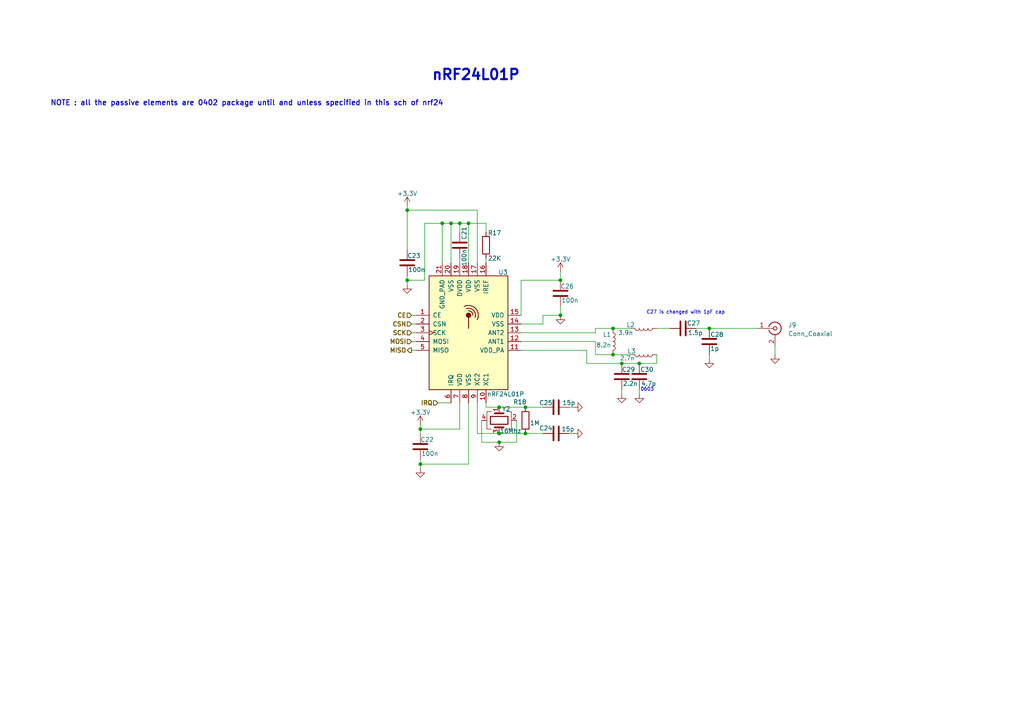
<source format=kicad_sch>
(kicad_sch
	(version 20231120)
	(generator "eeschema")
	(generator_version "8.0")
	(uuid "e6b2efef-d149-4edb-9ffd-c0f16b380241")
	(paper "A4")
	(title_block
		(title "STM32F405RGT6 (nRF24)")
		(date "2024-12-28")
		(rev "01.1")
		(company "Rohit Bhoge")
	)
	(lib_symbols
		(symbol "Connector:Conn_Coaxial"
			(pin_names
				(offset 1.016) hide)
			(exclude_from_sim no)
			(in_bom yes)
			(on_board yes)
			(property "Reference" "J"
				(at 0.254 3.048 0)
				(effects
					(font
						(size 1.27 1.27)
					)
				)
			)
			(property "Value" "Conn_Coaxial"
				(at 2.921 0 90)
				(effects
					(font
						(size 1.27 1.27)
					)
				)
			)
			(property "Footprint" ""
				(at 0 0 0)
				(effects
					(font
						(size 1.27 1.27)
					)
					(hide yes)
				)
			)
			(property "Datasheet" "~"
				(at 0 0 0)
				(effects
					(font
						(size 1.27 1.27)
					)
					(hide yes)
				)
			)
			(property "Description" "coaxial connector (BNC, SMA, SMB, SMC, Cinch/RCA, LEMO, ...)"
				(at 0 0 0)
				(effects
					(font
						(size 1.27 1.27)
					)
					(hide yes)
				)
			)
			(property "ki_keywords" "BNC SMA SMB SMC LEMO coaxial connector CINCH RCA MCX MMCX U.FL UMRF"
				(at 0 0 0)
				(effects
					(font
						(size 1.27 1.27)
					)
					(hide yes)
				)
			)
			(property "ki_fp_filters" "*BNC* *SMA* *SMB* *SMC* *Cinch* *LEMO* *UMRF* *MCX* *U.FL*"
				(at 0 0 0)
				(effects
					(font
						(size 1.27 1.27)
					)
					(hide yes)
				)
			)
			(symbol "Conn_Coaxial_0_1"
				(arc
					(start -1.778 -0.508)
					(mid 0.2311 -1.8066)
					(end 1.778 0)
					(stroke
						(width 0.254)
						(type default)
					)
					(fill
						(type none)
					)
				)
				(polyline
					(pts
						(xy -2.54 0) (xy -0.508 0)
					)
					(stroke
						(width 0)
						(type default)
					)
					(fill
						(type none)
					)
				)
				(polyline
					(pts
						(xy 0 -2.54) (xy 0 -1.778)
					)
					(stroke
						(width 0)
						(type default)
					)
					(fill
						(type none)
					)
				)
				(circle
					(center 0 0)
					(radius 0.508)
					(stroke
						(width 0.2032)
						(type default)
					)
					(fill
						(type none)
					)
				)
				(arc
					(start 1.778 0)
					(mid 0.2099 1.8101)
					(end -1.778 0.508)
					(stroke
						(width 0.254)
						(type default)
					)
					(fill
						(type none)
					)
				)
			)
			(symbol "Conn_Coaxial_1_1"
				(pin passive line
					(at -5.08 0 0)
					(length 2.54)
					(name "In"
						(effects
							(font
								(size 1.27 1.27)
							)
						)
					)
					(number "1"
						(effects
							(font
								(size 1.27 1.27)
							)
						)
					)
				)
				(pin passive line
					(at 0 -5.08 90)
					(length 2.54)
					(name "Ext"
						(effects
							(font
								(size 1.27 1.27)
							)
						)
					)
					(number "2"
						(effects
							(font
								(size 1.27 1.27)
							)
						)
					)
				)
			)
		)
		(symbol "Device:C"
			(pin_numbers hide)
			(pin_names
				(offset 0.254)
			)
			(exclude_from_sim no)
			(in_bom yes)
			(on_board yes)
			(property "Reference" "C"
				(at 0.635 2.54 0)
				(effects
					(font
						(size 1.27 1.27)
					)
					(justify left)
				)
			)
			(property "Value" "C"
				(at 0.635 -2.54 0)
				(effects
					(font
						(size 1.27 1.27)
					)
					(justify left)
				)
			)
			(property "Footprint" ""
				(at 0.9652 -3.81 0)
				(effects
					(font
						(size 1.27 1.27)
					)
					(hide yes)
				)
			)
			(property "Datasheet" "~"
				(at 0 0 0)
				(effects
					(font
						(size 1.27 1.27)
					)
					(hide yes)
				)
			)
			(property "Description" "Unpolarized capacitor"
				(at 0 0 0)
				(effects
					(font
						(size 1.27 1.27)
					)
					(hide yes)
				)
			)
			(property "ki_keywords" "cap capacitor"
				(at 0 0 0)
				(effects
					(font
						(size 1.27 1.27)
					)
					(hide yes)
				)
			)
			(property "ki_fp_filters" "C_*"
				(at 0 0 0)
				(effects
					(font
						(size 1.27 1.27)
					)
					(hide yes)
				)
			)
			(symbol "C_0_1"
				(polyline
					(pts
						(xy -2.032 -0.762) (xy 2.032 -0.762)
					)
					(stroke
						(width 0.508)
						(type default)
					)
					(fill
						(type none)
					)
				)
				(polyline
					(pts
						(xy -2.032 0.762) (xy 2.032 0.762)
					)
					(stroke
						(width 0.508)
						(type default)
					)
					(fill
						(type none)
					)
				)
			)
			(symbol "C_1_1"
				(pin passive line
					(at 0 3.81 270)
					(length 2.794)
					(name "~"
						(effects
							(font
								(size 1.27 1.27)
							)
						)
					)
					(number "1"
						(effects
							(font
								(size 1.27 1.27)
							)
						)
					)
				)
				(pin passive line
					(at 0 -3.81 90)
					(length 2.794)
					(name "~"
						(effects
							(font
								(size 1.27 1.27)
							)
						)
					)
					(number "2"
						(effects
							(font
								(size 1.27 1.27)
							)
						)
					)
				)
			)
		)
		(symbol "Device:Crystal_GND24"
			(pin_names
				(offset 1.016) hide)
			(exclude_from_sim no)
			(in_bom yes)
			(on_board yes)
			(property "Reference" "Y"
				(at 3.175 5.08 0)
				(effects
					(font
						(size 1.27 1.27)
					)
					(justify left)
				)
			)
			(property "Value" "Crystal_GND24"
				(at 3.175 3.175 0)
				(effects
					(font
						(size 1.27 1.27)
					)
					(justify left)
				)
			)
			(property "Footprint" ""
				(at 0 0 0)
				(effects
					(font
						(size 1.27 1.27)
					)
					(hide yes)
				)
			)
			(property "Datasheet" "~"
				(at 0 0 0)
				(effects
					(font
						(size 1.27 1.27)
					)
					(hide yes)
				)
			)
			(property "Description" "Four pin crystal, GND on pins 2 and 4"
				(at 0 0 0)
				(effects
					(font
						(size 1.27 1.27)
					)
					(hide yes)
				)
			)
			(property "ki_keywords" "quartz ceramic resonator oscillator"
				(at 0 0 0)
				(effects
					(font
						(size 1.27 1.27)
					)
					(hide yes)
				)
			)
			(property "ki_fp_filters" "Crystal*"
				(at 0 0 0)
				(effects
					(font
						(size 1.27 1.27)
					)
					(hide yes)
				)
			)
			(symbol "Crystal_GND24_0_1"
				(rectangle
					(start -1.143 2.54)
					(end 1.143 -2.54)
					(stroke
						(width 0.3048)
						(type default)
					)
					(fill
						(type none)
					)
				)
				(polyline
					(pts
						(xy -2.54 0) (xy -2.032 0)
					)
					(stroke
						(width 0)
						(type default)
					)
					(fill
						(type none)
					)
				)
				(polyline
					(pts
						(xy -2.032 -1.27) (xy -2.032 1.27)
					)
					(stroke
						(width 0.508)
						(type default)
					)
					(fill
						(type none)
					)
				)
				(polyline
					(pts
						(xy 0 -3.81) (xy 0 -3.556)
					)
					(stroke
						(width 0)
						(type default)
					)
					(fill
						(type none)
					)
				)
				(polyline
					(pts
						(xy 0 3.556) (xy 0 3.81)
					)
					(stroke
						(width 0)
						(type default)
					)
					(fill
						(type none)
					)
				)
				(polyline
					(pts
						(xy 2.032 -1.27) (xy 2.032 1.27)
					)
					(stroke
						(width 0.508)
						(type default)
					)
					(fill
						(type none)
					)
				)
				(polyline
					(pts
						(xy 2.032 0) (xy 2.54 0)
					)
					(stroke
						(width 0)
						(type default)
					)
					(fill
						(type none)
					)
				)
				(polyline
					(pts
						(xy -2.54 -2.286) (xy -2.54 -3.556) (xy 2.54 -3.556) (xy 2.54 -2.286)
					)
					(stroke
						(width 0)
						(type default)
					)
					(fill
						(type none)
					)
				)
				(polyline
					(pts
						(xy -2.54 2.286) (xy -2.54 3.556) (xy 2.54 3.556) (xy 2.54 2.286)
					)
					(stroke
						(width 0)
						(type default)
					)
					(fill
						(type none)
					)
				)
			)
			(symbol "Crystal_GND24_1_1"
				(pin passive line
					(at -3.81 0 0)
					(length 1.27)
					(name "1"
						(effects
							(font
								(size 1.27 1.27)
							)
						)
					)
					(number "1"
						(effects
							(font
								(size 1.27 1.27)
							)
						)
					)
				)
				(pin passive line
					(at 0 5.08 270)
					(length 1.27)
					(name "2"
						(effects
							(font
								(size 1.27 1.27)
							)
						)
					)
					(number "2"
						(effects
							(font
								(size 1.27 1.27)
							)
						)
					)
				)
				(pin passive line
					(at 3.81 0 180)
					(length 1.27)
					(name "3"
						(effects
							(font
								(size 1.27 1.27)
							)
						)
					)
					(number "3"
						(effects
							(font
								(size 1.27 1.27)
							)
						)
					)
				)
				(pin passive line
					(at 0 -5.08 90)
					(length 1.27)
					(name "4"
						(effects
							(font
								(size 1.27 1.27)
							)
						)
					)
					(number "4"
						(effects
							(font
								(size 1.27 1.27)
							)
						)
					)
				)
			)
		)
		(symbol "Device:L"
			(pin_numbers hide)
			(pin_names
				(offset 1.016) hide)
			(exclude_from_sim no)
			(in_bom yes)
			(on_board yes)
			(property "Reference" "L"
				(at -1.27 0 90)
				(effects
					(font
						(size 1.27 1.27)
					)
				)
			)
			(property "Value" "L"
				(at 1.905 0 90)
				(effects
					(font
						(size 1.27 1.27)
					)
				)
			)
			(property "Footprint" ""
				(at 0 0 0)
				(effects
					(font
						(size 1.27 1.27)
					)
					(hide yes)
				)
			)
			(property "Datasheet" "~"
				(at 0 0 0)
				(effects
					(font
						(size 1.27 1.27)
					)
					(hide yes)
				)
			)
			(property "Description" "Inductor"
				(at 0 0 0)
				(effects
					(font
						(size 1.27 1.27)
					)
					(hide yes)
				)
			)
			(property "ki_keywords" "inductor choke coil reactor magnetic"
				(at 0 0 0)
				(effects
					(font
						(size 1.27 1.27)
					)
					(hide yes)
				)
			)
			(property "ki_fp_filters" "Choke_* *Coil* Inductor_* L_*"
				(at 0 0 0)
				(effects
					(font
						(size 1.27 1.27)
					)
					(hide yes)
				)
			)
			(symbol "L_0_1"
				(arc
					(start 0 -2.54)
					(mid 0.6323 -1.905)
					(end 0 -1.27)
					(stroke
						(width 0)
						(type default)
					)
					(fill
						(type none)
					)
				)
				(arc
					(start 0 -1.27)
					(mid 0.6323 -0.635)
					(end 0 0)
					(stroke
						(width 0)
						(type default)
					)
					(fill
						(type none)
					)
				)
				(arc
					(start 0 0)
					(mid 0.6323 0.635)
					(end 0 1.27)
					(stroke
						(width 0)
						(type default)
					)
					(fill
						(type none)
					)
				)
				(arc
					(start 0 1.27)
					(mid 0.6323 1.905)
					(end 0 2.54)
					(stroke
						(width 0)
						(type default)
					)
					(fill
						(type none)
					)
				)
			)
			(symbol "L_1_1"
				(pin passive line
					(at 0 3.81 270)
					(length 1.27)
					(name "1"
						(effects
							(font
								(size 1.27 1.27)
							)
						)
					)
					(number "1"
						(effects
							(font
								(size 1.27 1.27)
							)
						)
					)
				)
				(pin passive line
					(at 0 -3.81 90)
					(length 1.27)
					(name "2"
						(effects
							(font
								(size 1.27 1.27)
							)
						)
					)
					(number "2"
						(effects
							(font
								(size 1.27 1.27)
							)
						)
					)
				)
			)
		)
		(symbol "Device:R"
			(pin_numbers hide)
			(pin_names
				(offset 0)
			)
			(exclude_from_sim no)
			(in_bom yes)
			(on_board yes)
			(property "Reference" "R"
				(at 2.032 0 90)
				(effects
					(font
						(size 1.27 1.27)
					)
				)
			)
			(property "Value" "R"
				(at 0 0 90)
				(effects
					(font
						(size 1.27 1.27)
					)
				)
			)
			(property "Footprint" ""
				(at -1.778 0 90)
				(effects
					(font
						(size 1.27 1.27)
					)
					(hide yes)
				)
			)
			(property "Datasheet" "~"
				(at 0 0 0)
				(effects
					(font
						(size 1.27 1.27)
					)
					(hide yes)
				)
			)
			(property "Description" "Resistor"
				(at 0 0 0)
				(effects
					(font
						(size 1.27 1.27)
					)
					(hide yes)
				)
			)
			(property "ki_keywords" "R res resistor"
				(at 0 0 0)
				(effects
					(font
						(size 1.27 1.27)
					)
					(hide yes)
				)
			)
			(property "ki_fp_filters" "R_*"
				(at 0 0 0)
				(effects
					(font
						(size 1.27 1.27)
					)
					(hide yes)
				)
			)
			(symbol "R_0_1"
				(rectangle
					(start -1.016 -2.54)
					(end 1.016 2.54)
					(stroke
						(width 0.254)
						(type default)
					)
					(fill
						(type none)
					)
				)
			)
			(symbol "R_1_1"
				(pin passive line
					(at 0 3.81 270)
					(length 1.27)
					(name "~"
						(effects
							(font
								(size 1.27 1.27)
							)
						)
					)
					(number "1"
						(effects
							(font
								(size 1.27 1.27)
							)
						)
					)
				)
				(pin passive line
					(at 0 -3.81 90)
					(length 1.27)
					(name "~"
						(effects
							(font
								(size 1.27 1.27)
							)
						)
					)
					(number "2"
						(effects
							(font
								(size 1.27 1.27)
							)
						)
					)
				)
			)
		)
		(symbol "RF:nRF24L01P"
			(pin_names
				(offset 1.016)
			)
			(exclude_from_sim no)
			(in_bom yes)
			(on_board yes)
			(property "Reference" "U3"
				(at 8.636 17.526 0)
				(effects
					(font
						(size 1.27 1.27)
					)
					(justify left)
				)
			)
			(property "Value" "nRF24L01P"
				(at 5.334 -17.78 0)
				(effects
					(font
						(size 1.27 1.27)
					)
					(justify left)
				)
			)
			(property "Footprint" "Package_DFN_QFN:QFN-20-1EP_4x4mm_P0.5mm_EP2.5x2.5mm"
				(at 5.08 20.32 0)
				(effects
					(font
						(size 1.27 1.27)
						(italic yes)
					)
					(justify left)
					(hide yes)
				)
			)
			(property "Datasheet" "http://www.nordicsemi.com/eng/content/download/2726/34069/file/nRF24L01P_Product_Specification_1_0.pdf"
				(at 0 2.54 0)
				(effects
					(font
						(size 1.27 1.27)
					)
					(hide yes)
				)
			)
			(property "Description" "nRF24L01+, Ultra low power 2.4GHz RF Transceiver, QFN20 4x4mm"
				(at 0 0 0)
				(effects
					(font
						(size 1.27 1.27)
					)
					(hide yes)
				)
			)
			(property "ki_keywords" "Low Power RF Transceiver"
				(at 0 0 0)
				(effects
					(font
						(size 1.27 1.27)
					)
					(hide yes)
				)
			)
			(property "ki_fp_filters" "QFN*4x4*0.5mm*"
				(at 0 0 0)
				(effects
					(font
						(size 1.27 1.27)
					)
					(hide yes)
				)
			)
			(symbol "nRF24L01P_0_1"
				(rectangle
					(start -11.43 16.51)
					(end 11.43 -16.51)
					(stroke
						(width 0.254)
						(type default)
					)
					(fill
						(type background)
					)
				)
				(polyline
					(pts
						(xy 0 4.445) (xy 0 1.27)
					)
					(stroke
						(width 0.254)
						(type default)
					)
					(fill
						(type none)
					)
				)
				(circle
					(center 0 5.08)
					(radius 0.635)
					(stroke
						(width 0.254)
						(type default)
					)
					(fill
						(type outline)
					)
				)
				(arc
					(start 1.27 5.08)
					(mid 0.9071 5.9946)
					(end 0 6.35)
					(stroke
						(width 0.254)
						(type default)
					)
					(fill
						(type none)
					)
				)
				(arc
					(start 1.905 4.445)
					(mid 1.4313 6.5254)
					(end -0.635 6.985)
					(stroke
						(width 0.254)
						(type default)
					)
					(fill
						(type none)
					)
				)
				(arc
					(start 2.54 3.81)
					(mid 2.008 7.088)
					(end -1.27 7.62)
					(stroke
						(width 0.254)
						(type default)
					)
					(fill
						(type none)
					)
				)
				(rectangle
					(start 11.43 -13.97)
					(end 11.43 -13.97)
					(stroke
						(width 0)
						(type default)
					)
					(fill
						(type none)
					)
				)
			)
			(symbol "nRF24L01P_1_1"
				(pin input line
					(at -15.24 5.08 0)
					(length 3.81)
					(name "CE"
						(effects
							(font
								(size 1.27 1.27)
							)
						)
					)
					(number "1"
						(effects
							(font
								(size 1.27 1.27)
							)
						)
					)
				)
				(pin passive line
					(at 5.08 -20.32 90)
					(length 3.81)
					(name "XC1"
						(effects
							(font
								(size 1.27 1.27)
							)
						)
					)
					(number "10"
						(effects
							(font
								(size 1.27 1.27)
							)
						)
					)
				)
				(pin power_out line
					(at 15.24 -5.08 180)
					(length 3.81)
					(name "VDD_PA"
						(effects
							(font
								(size 1.27 1.27)
							)
						)
					)
					(number "11"
						(effects
							(font
								(size 1.27 1.27)
							)
						)
					)
				)
				(pin passive line
					(at 15.24 -2.54 180)
					(length 3.81)
					(name "ANT1"
						(effects
							(font
								(size 1.27 1.27)
							)
						)
					)
					(number "12"
						(effects
							(font
								(size 1.27 1.27)
							)
						)
					)
				)
				(pin passive line
					(at 15.24 0 180)
					(length 3.81)
					(name "ANT2"
						(effects
							(font
								(size 1.27 1.27)
							)
						)
					)
					(number "13"
						(effects
							(font
								(size 1.27 1.27)
							)
						)
					)
				)
				(pin power_in line
					(at 15.24 2.54 180)
					(length 3.81)
					(name "VSS"
						(effects
							(font
								(size 1.27 1.27)
							)
						)
					)
					(number "14"
						(effects
							(font
								(size 1.27 1.27)
							)
						)
					)
				)
				(pin power_in line
					(at 15.24 5.08 180)
					(length 3.81)
					(name "VDD"
						(effects
							(font
								(size 1.27 1.27)
							)
						)
					)
					(number "15"
						(effects
							(font
								(size 1.27 1.27)
							)
						)
					)
				)
				(pin passive line
					(at 5.08 20.32 270)
					(length 3.81)
					(name "IREF"
						(effects
							(font
								(size 1.27 1.27)
							)
						)
					)
					(number "16"
						(effects
							(font
								(size 1.27 1.27)
							)
						)
					)
				)
				(pin power_in line
					(at 2.54 20.32 270)
					(length 3.81)
					(name "VSS"
						(effects
							(font
								(size 1.27 1.27)
							)
						)
					)
					(number "17"
						(effects
							(font
								(size 1.27 1.27)
							)
						)
					)
				)
				(pin power_in line
					(at 0 20.32 270)
					(length 3.81)
					(name "VDD"
						(effects
							(font
								(size 1.27 1.27)
							)
						)
					)
					(number "18"
						(effects
							(font
								(size 1.27 1.27)
							)
						)
					)
				)
				(pin power_out line
					(at -2.54 20.32 270)
					(length 3.81)
					(name "DVDD"
						(effects
							(font
								(size 1.27 1.27)
							)
						)
					)
					(number "19"
						(effects
							(font
								(size 1.27 1.27)
							)
						)
					)
				)
				(pin input line
					(at -15.24 2.54 0)
					(length 3.81)
					(name "CSN"
						(effects
							(font
								(size 1.27 1.27)
							)
						)
					)
					(number "2"
						(effects
							(font
								(size 1.27 1.27)
							)
						)
					)
				)
				(pin power_in line
					(at -5.08 20.32 270)
					(length 3.81)
					(name "VSS"
						(effects
							(font
								(size 1.27 1.27)
							)
						)
					)
					(number "20"
						(effects
							(font
								(size 1.27 1.27)
							)
						)
					)
				)
				(pin unspecified line
					(at -7.62 20.32 270)
					(length 3.81)
					(name "GND_PAD"
						(effects
							(font
								(size 1.27 1.27)
							)
						)
					)
					(number "21"
						(effects
							(font
								(size 1.27 1.27)
							)
						)
					)
				)
				(pin input clock
					(at -15.24 0 0)
					(length 3.81)
					(name "SCK"
						(effects
							(font
								(size 1.27 1.27)
							)
						)
					)
					(number "3"
						(effects
							(font
								(size 1.27 1.27)
							)
						)
					)
				)
				(pin input line
					(at -15.24 -2.54 0)
					(length 3.81)
					(name "MOSI"
						(effects
							(font
								(size 1.27 1.27)
							)
						)
					)
					(number "4"
						(effects
							(font
								(size 1.27 1.27)
							)
						)
					)
				)
				(pin output line
					(at -15.24 -5.08 0)
					(length 3.81)
					(name "MISO"
						(effects
							(font
								(size 1.27 1.27)
							)
						)
					)
					(number "5"
						(effects
							(font
								(size 1.27 1.27)
							)
						)
					)
				)
				(pin output line
					(at -5.08 -20.32 90)
					(length 3.81)
					(name "IRQ"
						(effects
							(font
								(size 1.27 1.27)
							)
						)
					)
					(number "6"
						(effects
							(font
								(size 1.27 1.27)
							)
						)
					)
				)
				(pin power_in line
					(at -2.54 -20.32 90)
					(length 3.81)
					(name "VDD"
						(effects
							(font
								(size 1.27 1.27)
							)
						)
					)
					(number "7"
						(effects
							(font
								(size 1.27 1.27)
							)
						)
					)
				)
				(pin power_in line
					(at 0 -20.32 90)
					(length 3.81)
					(name "VSS"
						(effects
							(font
								(size 1.27 1.27)
							)
						)
					)
					(number "8"
						(effects
							(font
								(size 1.27 1.27)
							)
						)
					)
				)
				(pin passive line
					(at 2.54 -20.32 90)
					(length 3.81)
					(name "XC2"
						(effects
							(font
								(size 1.27 1.27)
							)
						)
					)
					(number "9"
						(effects
							(font
								(size 1.27 1.27)
							)
						)
					)
				)
			)
		)
		(symbol "power:+3.3V"
			(power)
			(pin_numbers hide)
			(pin_names
				(offset 0) hide)
			(exclude_from_sim no)
			(in_bom yes)
			(on_board yes)
			(property "Reference" "#PWR"
				(at 0 -3.81 0)
				(effects
					(font
						(size 1.27 1.27)
					)
					(hide yes)
				)
			)
			(property "Value" "+3.3V"
				(at 0 3.556 0)
				(effects
					(font
						(size 1.27 1.27)
					)
				)
			)
			(property "Footprint" ""
				(at 0 0 0)
				(effects
					(font
						(size 1.27 1.27)
					)
					(hide yes)
				)
			)
			(property "Datasheet" ""
				(at 0 0 0)
				(effects
					(font
						(size 1.27 1.27)
					)
					(hide yes)
				)
			)
			(property "Description" "Power symbol creates a global label with name \"+3.3V\""
				(at 0 0 0)
				(effects
					(font
						(size 1.27 1.27)
					)
					(hide yes)
				)
			)
			(property "ki_keywords" "global power"
				(at 0 0 0)
				(effects
					(font
						(size 1.27 1.27)
					)
					(hide yes)
				)
			)
			(symbol "+3.3V_0_1"
				(polyline
					(pts
						(xy -0.762 1.27) (xy 0 2.54)
					)
					(stroke
						(width 0)
						(type default)
					)
					(fill
						(type none)
					)
				)
				(polyline
					(pts
						(xy 0 0) (xy 0 2.54)
					)
					(stroke
						(width 0)
						(type default)
					)
					(fill
						(type none)
					)
				)
				(polyline
					(pts
						(xy 0 2.54) (xy 0.762 1.27)
					)
					(stroke
						(width 0)
						(type default)
					)
					(fill
						(type none)
					)
				)
			)
			(symbol "+3.3V_1_1"
				(pin power_in line
					(at 0 0 90)
					(length 0)
					(name "~"
						(effects
							(font
								(size 1.27 1.27)
							)
						)
					)
					(number "1"
						(effects
							(font
								(size 1.27 1.27)
							)
						)
					)
				)
			)
		)
		(symbol "power:GND"
			(power)
			(pin_numbers hide)
			(pin_names
				(offset 0) hide)
			(exclude_from_sim no)
			(in_bom yes)
			(on_board yes)
			(property "Reference" "#PWR"
				(at 0 -6.35 0)
				(effects
					(font
						(size 1.27 1.27)
					)
					(hide yes)
				)
			)
			(property "Value" "GND"
				(at 0 -3.81 0)
				(effects
					(font
						(size 1.27 1.27)
					)
				)
			)
			(property "Footprint" ""
				(at 0 0 0)
				(effects
					(font
						(size 1.27 1.27)
					)
					(hide yes)
				)
			)
			(property "Datasheet" ""
				(at 0 0 0)
				(effects
					(font
						(size 1.27 1.27)
					)
					(hide yes)
				)
			)
			(property "Description" "Power symbol creates a global label with name \"GND\" , ground"
				(at 0 0 0)
				(effects
					(font
						(size 1.27 1.27)
					)
					(hide yes)
				)
			)
			(property "ki_keywords" "global power"
				(at 0 0 0)
				(effects
					(font
						(size 1.27 1.27)
					)
					(hide yes)
				)
			)
			(symbol "GND_0_1"
				(polyline
					(pts
						(xy 0 0) (xy 0 -1.27) (xy 1.27 -1.27) (xy 0 -2.54) (xy -1.27 -1.27) (xy 0 -1.27)
					)
					(stroke
						(width 0)
						(type default)
					)
					(fill
						(type none)
					)
				)
			)
			(symbol "GND_1_1"
				(pin power_in line
					(at 0 0 270)
					(length 0)
					(name "~"
						(effects
							(font
								(size 1.27 1.27)
							)
						)
					)
					(number "1"
						(effects
							(font
								(size 1.27 1.27)
							)
						)
					)
				)
			)
		)
	)
	(junction
		(at 180.34 105.41)
		(diameter 0)
		(color 0 0 0 0)
		(uuid "01f7033d-40f5-4e6b-9c93-c5a1f4d6526f")
	)
	(junction
		(at 144.78 118.11)
		(diameter 0)
		(color 0 0 0 0)
		(uuid "0988dbbd-04d5-488e-919d-61eda2d2c036")
	)
	(junction
		(at 177.8 95.25)
		(diameter 0)
		(color 0 0 0 0)
		(uuid "0f29405b-723b-44dc-a73c-2fbcc5218850")
	)
	(junction
		(at 118.11 81.28)
		(diameter 0)
		(color 0 0 0 0)
		(uuid "101dbfbe-122c-4820-a554-f9f6574cf223")
	)
	(junction
		(at 144.78 125.73)
		(diameter 0)
		(color 0 0 0 0)
		(uuid "45fd6c4b-3857-4f19-84ae-2dcf7d38ccc0")
	)
	(junction
		(at 118.11 60.96)
		(diameter 0)
		(color 0 0 0 0)
		(uuid "5af91f03-2a47-4a7c-9bd3-c10ae4fd2a8d")
	)
	(junction
		(at 121.92 134.62)
		(diameter 0)
		(color 0 0 0 0)
		(uuid "6b168691-8b8e-4918-8e35-b7b2a51fce04")
	)
	(junction
		(at 162.56 91.44)
		(diameter 0)
		(color 0 0 0 0)
		(uuid "6ffe5126-bf07-4c0c-8862-316d0305c039")
	)
	(junction
		(at 177.8 102.87)
		(diameter 0)
		(color 0 0 0 0)
		(uuid "75fcb8b2-3ec1-4b41-8209-68a5b1e1fce4")
	)
	(junction
		(at 121.92 124.46)
		(diameter 0)
		(color 0 0 0 0)
		(uuid "a521e799-9554-4668-8ed8-2fd5d77ed98c")
	)
	(junction
		(at 130.81 64.77)
		(diameter 0)
		(color 0 0 0 0)
		(uuid "b18be0de-92bc-4f46-b4a2-60076300ee0c")
	)
	(junction
		(at 144.78 128.27)
		(diameter 0)
		(color 0 0 0 0)
		(uuid "b994de97-b5da-4c94-ad57-4265bc3f8e1a")
	)
	(junction
		(at 152.4 118.11)
		(diameter 0)
		(color 0 0 0 0)
		(uuid "b9e36f66-f631-48cb-86a7-3554f4742e9c")
	)
	(junction
		(at 185.42 105.41)
		(diameter 0)
		(color 0 0 0 0)
		(uuid "bdc6d2de-8ac0-4af6-b12d-384d930cc983")
	)
	(junction
		(at 152.4 125.73)
		(diameter 0)
		(color 0 0 0 0)
		(uuid "be29d979-4641-4411-baca-0a1f5f6a996b")
	)
	(junction
		(at 162.56 81.28)
		(diameter 0)
		(color 0 0 0 0)
		(uuid "d646afd2-f88f-47a2-a390-d1684bbf33f0")
	)
	(junction
		(at 135.89 64.77)
		(diameter 0)
		(color 0 0 0 0)
		(uuid "ddf9e96b-0d30-43cc-b45c-2002f375b02f")
	)
	(junction
		(at 133.35 64.77)
		(diameter 0)
		(color 0 0 0 0)
		(uuid "e6bc5918-d87b-4aea-9961-6ecb473761e3")
	)
	(junction
		(at 128.27 64.77)
		(diameter 0)
		(color 0 0 0 0)
		(uuid "f99d2370-f31e-45fa-bedf-7ce72b3f448e")
	)
	(junction
		(at 205.74 95.25)
		(diameter 0)
		(color 0 0 0 0)
		(uuid "fc539159-034a-4f61-886b-76fbd02d85cf")
	)
	(wire
		(pts
			(xy 172.72 95.25) (xy 177.8 95.25)
		)
		(stroke
			(width 0)
			(type default)
		)
		(uuid "012afdea-9a68-482c-a694-2d04638b4b3d")
	)
	(wire
		(pts
			(xy 119.38 99.06) (xy 120.65 99.06)
		)
		(stroke
			(width 0)
			(type default)
		)
		(uuid "0445406c-7307-4557-b638-8064b171fae9")
	)
	(wire
		(pts
			(xy 118.11 80.01) (xy 118.11 81.28)
		)
		(stroke
			(width 0)
			(type default)
		)
		(uuid "09972a64-421b-4ded-9af7-eeff32649760")
	)
	(wire
		(pts
			(xy 140.97 74.93) (xy 140.97 76.2)
		)
		(stroke
			(width 0)
			(type default)
		)
		(uuid "101666d2-28b9-4ac5-9924-274a0dbae81c")
	)
	(wire
		(pts
			(xy 162.56 78.74) (xy 162.56 81.28)
		)
		(stroke
			(width 0)
			(type default)
		)
		(uuid "103ddf75-c262-4cb7-9424-4c640dfe9c0f")
	)
	(wire
		(pts
			(xy 157.48 91.44) (xy 162.56 91.44)
		)
		(stroke
			(width 0)
			(type default)
		)
		(uuid "12af2efd-f86c-4257-8cae-1532513232d5")
	)
	(wire
		(pts
			(xy 151.13 99.06) (xy 172.72 99.06)
		)
		(stroke
			(width 0)
			(type default)
		)
		(uuid "16420e60-a847-4456-b524-db5b40ade843")
	)
	(wire
		(pts
			(xy 177.8 95.25) (xy 182.88 95.25)
		)
		(stroke
			(width 0)
			(type default)
		)
		(uuid "1f36b1f2-6c20-49d6-bbc4-977befc20e88")
	)
	(wire
		(pts
			(xy 118.11 81.28) (xy 118.11 82.55)
		)
		(stroke
			(width 0)
			(type default)
		)
		(uuid "2139c0f7-d141-4057-bb25-1a1faf27f752")
	)
	(wire
		(pts
			(xy 172.72 99.06) (xy 172.72 102.87)
		)
		(stroke
			(width 0)
			(type default)
		)
		(uuid "22365664-07fb-4cd0-98c5-582ecea5356c")
	)
	(wire
		(pts
			(xy 144.78 128.27) (xy 149.86 128.27)
		)
		(stroke
			(width 0)
			(type default)
		)
		(uuid "256d94e8-725f-4825-85e5-b46db5462984")
	)
	(wire
		(pts
			(xy 140.97 118.11) (xy 140.97 116.84)
		)
		(stroke
			(width 0)
			(type default)
		)
		(uuid "26e3db97-5444-4a39-9d9e-65bc58038252")
	)
	(wire
		(pts
			(xy 118.11 81.28) (xy 123.19 81.28)
		)
		(stroke
			(width 0)
			(type default)
		)
		(uuid "28f20aa0-f9ca-466c-8872-7835b912e8fd")
	)
	(wire
		(pts
			(xy 128.27 64.77) (xy 123.19 64.77)
		)
		(stroke
			(width 0)
			(type default)
		)
		(uuid "2bf1c921-747f-4dce-b0ab-57e58950de3c")
	)
	(wire
		(pts
			(xy 190.5 95.25) (xy 194.31 95.25)
		)
		(stroke
			(width 0)
			(type default)
		)
		(uuid "30ebb84d-f7ad-4fa5-a782-16a6d200e7d4")
	)
	(wire
		(pts
			(xy 133.35 64.77) (xy 130.81 64.77)
		)
		(stroke
			(width 0)
			(type default)
		)
		(uuid "326c6afb-0f46-4145-83ad-70d398e07921")
	)
	(wire
		(pts
			(xy 135.89 64.77) (xy 133.35 64.77)
		)
		(stroke
			(width 0)
			(type default)
		)
		(uuid "334cd5a8-877f-4ef6-8c5f-2fdb21629bd1")
	)
	(wire
		(pts
			(xy 121.92 134.62) (xy 135.89 134.62)
		)
		(stroke
			(width 0)
			(type default)
		)
		(uuid "35a5cc01-c7c6-4725-b72a-2300fe1aa2c5")
	)
	(wire
		(pts
			(xy 128.27 64.77) (xy 128.27 76.2)
		)
		(stroke
			(width 0)
			(type default)
		)
		(uuid "3788930a-2b69-43a1-85c9-9651290c6add")
	)
	(wire
		(pts
			(xy 152.4 118.11) (xy 157.48 118.11)
		)
		(stroke
			(width 0)
			(type default)
		)
		(uuid "3e79ec07-b0e4-4b0a-9560-63c7c6144870")
	)
	(wire
		(pts
			(xy 139.7 128.27) (xy 144.78 128.27)
		)
		(stroke
			(width 0)
			(type default)
		)
		(uuid "47280183-70e3-42f6-a812-a82d05e784dc")
	)
	(wire
		(pts
			(xy 170.18 105.41) (xy 180.34 105.41)
		)
		(stroke
			(width 0)
			(type default)
		)
		(uuid "483e7ab0-c92b-4c28-a3f4-9912cb87ecef")
	)
	(wire
		(pts
			(xy 149.86 121.92) (xy 149.86 128.27)
		)
		(stroke
			(width 0)
			(type default)
		)
		(uuid "4b198f75-13c5-4c29-998d-3c157c8e5e62")
	)
	(wire
		(pts
			(xy 157.48 93.98) (xy 157.48 91.44)
		)
		(stroke
			(width 0)
			(type default)
		)
		(uuid "4c2404d5-db7b-4674-a63d-e941dc82e23e")
	)
	(wire
		(pts
			(xy 190.5 102.87) (xy 190.5 105.41)
		)
		(stroke
			(width 0)
			(type default)
		)
		(uuid "4e6e4f8e-5167-46cc-8112-c82fcdbc7f8d")
	)
	(wire
		(pts
			(xy 123.19 64.77) (xy 123.19 81.28)
		)
		(stroke
			(width 0)
			(type default)
		)
		(uuid "51651a0a-a8dd-45c9-b399-6161df68d9db")
	)
	(wire
		(pts
			(xy 201.93 95.25) (xy 205.74 95.25)
		)
		(stroke
			(width 0)
			(type default)
		)
		(uuid "51de0d9c-7d16-4f5c-bcdc-94976a3a823c")
	)
	(wire
		(pts
			(xy 224.79 100.33) (xy 224.79 102.87)
		)
		(stroke
			(width 0)
			(type default)
		)
		(uuid "54ab6b26-da2d-46d1-a3a8-1fb86d09ff2d")
	)
	(wire
		(pts
			(xy 121.92 134.62) (xy 121.92 135.89)
		)
		(stroke
			(width 0)
			(type default)
		)
		(uuid "55791853-72d3-4201-9a8a-f01138bd3bd0")
	)
	(wire
		(pts
			(xy 121.92 133.35) (xy 121.92 134.62)
		)
		(stroke
			(width 0)
			(type default)
		)
		(uuid "5a130648-2922-4201-ace3-76e4e790d74a")
	)
	(wire
		(pts
			(xy 180.34 113.03) (xy 180.34 114.3)
		)
		(stroke
			(width 0)
			(type default)
		)
		(uuid "5a1d2636-e0af-4297-8539-374d5efc0a8b")
	)
	(wire
		(pts
			(xy 151.13 96.52) (xy 172.72 96.52)
		)
		(stroke
			(width 0)
			(type default)
		)
		(uuid "5ba2c3b7-d7c5-4354-82b1-8ea4fee58ef8")
	)
	(wire
		(pts
			(xy 144.78 118.11) (xy 152.4 118.11)
		)
		(stroke
			(width 0)
			(type default)
		)
		(uuid "5e0ae230-9357-4e69-9232-86a0579efb0e")
	)
	(wire
		(pts
			(xy 135.89 64.77) (xy 140.97 64.77)
		)
		(stroke
			(width 0)
			(type default)
		)
		(uuid "5f9486d5-b35f-4d37-a786-15a1a78a0ede")
	)
	(wire
		(pts
			(xy 162.56 81.28) (xy 151.13 81.28)
		)
		(stroke
			(width 0)
			(type default)
		)
		(uuid "66d515a9-d728-40da-8e78-ace09d150616")
	)
	(wire
		(pts
			(xy 127 116.84) (xy 130.81 116.84)
		)
		(stroke
			(width 0)
			(type default)
		)
		(uuid "69d1db8d-733b-4abd-9472-be6761e849b8")
	)
	(wire
		(pts
			(xy 151.13 101.6) (xy 170.18 101.6)
		)
		(stroke
			(width 0)
			(type default)
		)
		(uuid "6ceb5568-b544-4fbe-a6f6-b21d2994cb74")
	)
	(wire
		(pts
			(xy 177.8 102.87) (xy 182.88 102.87)
		)
		(stroke
			(width 0)
			(type default)
		)
		(uuid "70511a9c-0f89-49b9-85fb-7717bebde073")
	)
	(wire
		(pts
			(xy 130.81 64.77) (xy 130.81 76.2)
		)
		(stroke
			(width 0)
			(type default)
		)
		(uuid "7d0709f6-75d5-4bea-b6da-01a3c37de7c8")
	)
	(wire
		(pts
			(xy 205.74 95.25) (xy 219.71 95.25)
		)
		(stroke
			(width 0)
			(type default)
		)
		(uuid "7e4a9d04-6edd-42a0-951d-2a554e4a1dbc")
	)
	(wire
		(pts
			(xy 165.1 125.73) (xy 166.37 125.73)
		)
		(stroke
			(width 0)
			(type default)
		)
		(uuid "813d305a-bdf9-4149-aa43-bf5bc00f6658")
	)
	(wire
		(pts
			(xy 151.13 81.28) (xy 151.13 91.44)
		)
		(stroke
			(width 0)
			(type default)
		)
		(uuid "8195536d-67b4-4020-8db4-99cfa18a310c")
	)
	(wire
		(pts
			(xy 140.97 64.77) (xy 140.97 67.31)
		)
		(stroke
			(width 0)
			(type default)
		)
		(uuid "841f49bb-9ce6-48dc-b0c2-fd01210ef2ed")
	)
	(wire
		(pts
			(xy 118.11 59.69) (xy 118.11 60.96)
		)
		(stroke
			(width 0)
			(type default)
		)
		(uuid "8eb19061-58c6-44a8-9504-553e9dcfbc96")
	)
	(wire
		(pts
			(xy 138.43 116.84) (xy 138.43 125.73)
		)
		(stroke
			(width 0)
			(type default)
		)
		(uuid "90573e05-9345-43b8-a902-5ae19860cd39")
	)
	(wire
		(pts
			(xy 162.56 88.9) (xy 162.56 91.44)
		)
		(stroke
			(width 0)
			(type default)
		)
		(uuid "917542b4-7158-4eaf-8892-2382506f4de4")
	)
	(wire
		(pts
			(xy 138.43 60.96) (xy 138.43 76.2)
		)
		(stroke
			(width 0)
			(type default)
		)
		(uuid "9eadc2d3-9459-46b0-b8eb-acf2fdb8e1fd")
	)
	(wire
		(pts
			(xy 119.38 96.52) (xy 120.65 96.52)
		)
		(stroke
			(width 0)
			(type default)
		)
		(uuid "a2180748-f216-4875-a6dc-cbeb7eae9acb")
	)
	(wire
		(pts
			(xy 121.92 123.19) (xy 121.92 124.46)
		)
		(stroke
			(width 0)
			(type default)
		)
		(uuid "a7c491ef-67de-4419-8745-919193ec8605")
	)
	(wire
		(pts
			(xy 172.72 96.52) (xy 172.72 95.25)
		)
		(stroke
			(width 0)
			(type default)
		)
		(uuid "aa841e1b-176e-4321-9623-4646a77a81e0")
	)
	(wire
		(pts
			(xy 144.78 125.73) (xy 152.4 125.73)
		)
		(stroke
			(width 0)
			(type default)
		)
		(uuid "ae227988-2f13-4d4f-af52-b770fa63940e")
	)
	(wire
		(pts
			(xy 180.34 105.41) (xy 185.42 105.41)
		)
		(stroke
			(width 0)
			(type default)
		)
		(uuid "b527cdfa-f008-4695-8329-5c5fcb5d1bfc")
	)
	(wire
		(pts
			(xy 119.38 93.98) (xy 120.65 93.98)
		)
		(stroke
			(width 0)
			(type default)
		)
		(uuid "b5b9d0f2-aed5-495e-8d2b-754e1421a47b")
	)
	(wire
		(pts
			(xy 133.35 74.93) (xy 133.35 76.2)
		)
		(stroke
			(width 0)
			(type default)
		)
		(uuid "b7a5c0f6-8a97-4094-9677-ae52147c7c50")
	)
	(wire
		(pts
			(xy 165.1 118.11) (xy 166.37 118.11)
		)
		(stroke
			(width 0)
			(type default)
		)
		(uuid "b7f495d2-e9b6-4436-94b2-c206af522b31")
	)
	(wire
		(pts
			(xy 151.13 93.98) (xy 157.48 93.98)
		)
		(stroke
			(width 0)
			(type default)
		)
		(uuid "b85fb619-9463-4c7c-8af7-4ae9e657f878")
	)
	(wire
		(pts
			(xy 121.92 124.46) (xy 133.35 124.46)
		)
		(stroke
			(width 0)
			(type default)
		)
		(uuid "bdb292cc-454d-4b7d-bb81-bae50be230b4")
	)
	(wire
		(pts
			(xy 205.74 102.87) (xy 205.74 104.14)
		)
		(stroke
			(width 0)
			(type default)
		)
		(uuid "c676c838-f771-493c-96d6-665d338165fa")
	)
	(wire
		(pts
			(xy 152.4 125.73) (xy 157.48 125.73)
		)
		(stroke
			(width 0)
			(type default)
		)
		(uuid "c6ffdbf5-94da-4733-a288-17f190f0b88f")
	)
	(wire
		(pts
			(xy 118.11 60.96) (xy 138.43 60.96)
		)
		(stroke
			(width 0)
			(type default)
		)
		(uuid "c91f6522-212b-4898-a07f-a152c80f6fa9")
	)
	(wire
		(pts
			(xy 139.7 121.92) (xy 139.7 128.27)
		)
		(stroke
			(width 0)
			(type default)
		)
		(uuid "ca11c43d-82ce-4df4-a3f6-60744e5af93b")
	)
	(wire
		(pts
			(xy 119.38 101.6) (xy 120.65 101.6)
		)
		(stroke
			(width 0)
			(type default)
		)
		(uuid "cd863e97-5018-45a9-aba9-11d1658ada2f")
	)
	(wire
		(pts
			(xy 130.81 64.77) (xy 128.27 64.77)
		)
		(stroke
			(width 0)
			(type default)
		)
		(uuid "cd87d81e-71a1-45d3-88ba-e0d64751151e")
	)
	(wire
		(pts
			(xy 190.5 105.41) (xy 185.42 105.41)
		)
		(stroke
			(width 0)
			(type default)
		)
		(uuid "d487a7f3-ba9f-47a7-b675-115fe43b7672")
	)
	(wire
		(pts
			(xy 135.89 116.84) (xy 135.89 134.62)
		)
		(stroke
			(width 0)
			(type default)
		)
		(uuid "d650f046-89ab-4080-85a3-abbac09248ce")
	)
	(wire
		(pts
			(xy 172.72 102.87) (xy 177.8 102.87)
		)
		(stroke
			(width 0)
			(type default)
		)
		(uuid "deb99ba0-d81b-483a-9cd3-62ec36bde143")
	)
	(wire
		(pts
			(xy 118.11 72.39) (xy 118.11 60.96)
		)
		(stroke
			(width 0)
			(type default)
		)
		(uuid "dec45d0e-9fdb-4dfe-84bc-9056f040f911")
	)
	(wire
		(pts
			(xy 121.92 124.46) (xy 121.92 125.73)
		)
		(stroke
			(width 0)
			(type default)
		)
		(uuid "dfe13903-7c45-4726-9888-0004f3fe2756")
	)
	(wire
		(pts
			(xy 170.18 101.6) (xy 170.18 105.41)
		)
		(stroke
			(width 0)
			(type default)
		)
		(uuid "e5d09d97-e246-4749-8e3c-5c28530965a9")
	)
	(wire
		(pts
			(xy 133.35 64.77) (xy 133.35 67.31)
		)
		(stroke
			(width 0)
			(type default)
		)
		(uuid "e61656ee-c442-4095-9b5a-345527aac6f0")
	)
	(wire
		(pts
			(xy 133.35 116.84) (xy 133.35 124.46)
		)
		(stroke
			(width 0)
			(type default)
		)
		(uuid "edfc9cda-6bef-4a35-9802-be27ac68e07a")
	)
	(wire
		(pts
			(xy 119.38 91.44) (xy 120.65 91.44)
		)
		(stroke
			(width 0)
			(type default)
		)
		(uuid "f6be4ca8-4f36-405a-bfea-8dbbcd48604f")
	)
	(wire
		(pts
			(xy 135.89 76.2) (xy 135.89 64.77)
		)
		(stroke
			(width 0)
			(type default)
		)
		(uuid "f79f0a41-aa2e-46dd-be0d-4ff7f9ae125b")
	)
	(wire
		(pts
			(xy 138.43 125.73) (xy 144.78 125.73)
		)
		(stroke
			(width 0)
			(type default)
		)
		(uuid "f857878d-23fb-47f5-b038-1f0855cfe5a8")
	)
	(wire
		(pts
			(xy 185.42 113.03) (xy 185.42 114.3)
		)
		(stroke
			(width 0)
			(type default)
		)
		(uuid "fc90a20c-2aca-49eb-b392-cc52fa5f3210")
	)
	(wire
		(pts
			(xy 140.97 118.11) (xy 144.78 118.11)
		)
		(stroke
			(width 0)
			(type default)
		)
		(uuid "fcf63502-1357-4ac3-a421-2a996c3e5948")
	)
	(text "NOTE : all the passive elements are 0402 package until and unless specified in this sch of nrf24"
		(exclude_from_sim no)
		(at 71.628 29.972 0)
		(effects
			(font
				(size 1.5 1.5)
				(thickness 0.254)
				(bold yes)
			)
		)
		(uuid "1007f9ba-ca37-442d-b925-2f5ed5967873")
	)
	(text "C27 is changed with 1pF cap\n"
		(exclude_from_sim no)
		(at 198.882 90.678 0)
		(effects
			(font
				(size 1 1)
			)
		)
		(uuid "9184ef4c-c35c-465e-92a8-62f7fdc2abeb")
	)
	(text "nRF24L01P "
		(exclude_from_sim no)
		(at 139.192 21.844 0)
		(effects
			(font
				(size 3 3)
				(thickness 0.6)
				(bold yes)
			)
		)
		(uuid "f1c99622-e788-4f1f-ae70-6b7e29194f49")
	)
	(text "0603"
		(exclude_from_sim no)
		(at 187.706 113.03 0)
		(effects
			(font
				(size 1 1)
			)
		)
		(uuid "f2b2dc65-4e9e-4c5d-95b8-e2d24d3d0e04")
	)
	(hierarchical_label "CSN"
		(shape input)
		(at 119.38 93.98 180)
		(fields_autoplaced yes)
		(effects
			(font
				(size 1.27 1.27)
				(thickness 0.254)
				(bold yes)
			)
			(justify right)
		)
		(uuid "3754222c-fb15-4c2b-b226-ecb706f23f35")
	)
	(hierarchical_label "IRQ"
		(shape input)
		(at 127 116.84 180)
		(fields_autoplaced yes)
		(effects
			(font
				(size 1.27 1.27)
				(thickness 0.254)
				(bold yes)
			)
			(justify right)
		)
		(uuid "3b9ced0f-f031-464f-a1fe-7cfde9ac47ce")
	)
	(hierarchical_label "SCK"
		(shape input)
		(at 119.38 96.52 180)
		(fields_autoplaced yes)
		(effects
			(font
				(size 1.27 1.27)
				(thickness 0.254)
				(bold yes)
			)
			(justify right)
		)
		(uuid "489581f0-cd03-4a7f-9ce0-6f44415b00eb")
	)
	(hierarchical_label "CE"
		(shape input)
		(at 119.38 91.44 180)
		(fields_autoplaced yes)
		(effects
			(font
				(size 1.27 1.27)
				(thickness 0.254)
				(bold yes)
			)
			(justify right)
		)
		(uuid "7bae4aa4-6da3-487e-8dcb-89f1b72ff79c")
	)
	(hierarchical_label "MOSI"
		(shape input)
		(at 119.38 99.06 180)
		(fields_autoplaced yes)
		(effects
			(font
				(size 1.27 1.27)
				(thickness 0.254)
				(bold yes)
			)
			(justify right)
		)
		(uuid "f2f7f3cd-8190-4019-af13-0b957fa1ea95")
	)
	(hierarchical_label "MISO"
		(shape output)
		(at 119.38 101.6 180)
		(fields_autoplaced yes)
		(effects
			(font
				(size 1.27 1.27)
				(thickness 0.254)
				(bold yes)
			)
			(justify right)
		)
		(uuid "f30aac13-57aa-41f4-a66f-e7187b5e4407")
	)
	(symbol
		(lib_id "Device:L")
		(at 177.8 99.06 0)
		(unit 1)
		(exclude_from_sim no)
		(in_bom yes)
		(on_board yes)
		(dnp no)
		(uuid "06188dd6-c006-440a-a6e4-8b56208f8d06")
		(property "Reference" "L1"
			(at 177.292 97.028 0)
			(effects
				(font
					(size 1.27 1.27)
				)
				(justify right)
			)
		)
		(property "Value" "8.2n"
			(at 177.292 100.076 0)
			(effects
				(font
					(size 1.27 1.27)
				)
				(justify right)
			)
		)
		(property "Footprint" "Inductor_SMD:L_0402_1005Metric"
			(at 177.8 99.06 0)
			(effects
				(font
					(size 1.27 1.27)
				)
				(hide yes)
			)
		)
		(property "Datasheet" "~"
			(at 177.8 99.06 0)
			(effects
				(font
					(size 1.27 1.27)
				)
				(hide yes)
			)
		)
		(property "Description" "Inductor"
			(at 177.8 99.06 0)
			(effects
				(font
					(size 1.27 1.27)
				)
				(hide yes)
			)
		)
		(pin "2"
			(uuid "0cc7431a-04f4-48d3-90b1-9cd03bda8ce7")
		)
		(pin "1"
			(uuid "d4a06b3c-b07a-42be-bb6b-5b4554c32303")
		)
		(instances
			(project ""
				(path "/518654af-e316-48dc-a995-89f6f81da263/f1fb47bc-32f8-40ce-8569-dd9545d1c50e"
					(reference "L1")
					(unit 1)
				)
			)
		)
	)
	(symbol
		(lib_id "Device:C")
		(at 162.56 85.09 0)
		(unit 1)
		(exclude_from_sim no)
		(in_bom yes)
		(on_board yes)
		(dnp no)
		(uuid "08859fc8-2b08-46c4-8c0f-aac6747ab3a5")
		(property "Reference" "C26"
			(at 162.56 83.058 0)
			(effects
				(font
					(size 1.27 1.27)
				)
				(justify left)
			)
		)
		(property "Value" "100n"
			(at 162.814 87.122 0)
			(effects
				(font
					(size 1.27 1.27)
				)
				(justify left)
			)
		)
		(property "Footprint" "Capacitor_SMD:C_0201_0603Metric"
			(at 163.5252 88.9 0)
			(effects
				(font
					(size 1.27 1.27)
				)
				(hide yes)
			)
		)
		(property "Datasheet" "~"
			(at 162.56 85.09 0)
			(effects
				(font
					(size 1.27 1.27)
				)
				(hide yes)
			)
		)
		(property "Description" "Unpolarized capacitor"
			(at 162.56 85.09 0)
			(effects
				(font
					(size 1.27 1.27)
				)
				(hide yes)
			)
		)
		(pin "1"
			(uuid "cd1ba8a8-e40a-4ef3-91f4-b95a00f64d27")
		)
		(pin "2"
			(uuid "3d8b6454-0420-45b7-8f69-fd5b46154a98")
		)
		(instances
			(project "STM32"
				(path "/518654af-e316-48dc-a995-89f6f81da263/f1fb47bc-32f8-40ce-8569-dd9545d1c50e"
					(reference "C26")
					(unit 1)
				)
			)
		)
	)
	(symbol
		(lib_id "power:GND")
		(at 166.37 125.73 90)
		(unit 1)
		(exclude_from_sim no)
		(in_bom yes)
		(on_board yes)
		(dnp no)
		(uuid "0e320a62-e0e2-4601-a5ef-12df36c9e4fa")
		(property "Reference" "#PWR042"
			(at 172.72 125.73 0)
			(effects
				(font
					(size 1.27 1.27)
				)
				(hide yes)
			)
		)
		(property "Value" "GND"
			(at 170.18 126.746 0)
			(effects
				(font
					(size 1.27 1.27)
				)
				(hide yes)
			)
		)
		(property "Footprint" ""
			(at 166.37 125.73 0)
			(effects
				(font
					(size 1.27 1.27)
				)
				(hide yes)
			)
		)
		(property "Datasheet" ""
			(at 166.37 125.73 0)
			(effects
				(font
					(size 1.27 1.27)
				)
				(hide yes)
			)
		)
		(property "Description" "Power symbol creates a global label with name \"GND\" , ground"
			(at 166.37 125.73 0)
			(effects
				(font
					(size 1.27 1.27)
				)
				(hide yes)
			)
		)
		(pin "1"
			(uuid "3ab22e60-9f05-4e75-81e6-d98ffab52dd4")
		)
		(instances
			(project "STM32"
				(path "/518654af-e316-48dc-a995-89f6f81da263/f1fb47bc-32f8-40ce-8569-dd9545d1c50e"
					(reference "#PWR042")
					(unit 1)
				)
			)
		)
	)
	(symbol
		(lib_id "Device:C")
		(at 198.12 95.25 90)
		(unit 1)
		(exclude_from_sim no)
		(in_bom yes)
		(on_board yes)
		(dnp no)
		(uuid "18e087a5-bccb-4d8e-8232-7403381504c8")
		(property "Reference" "C27"
			(at 201.168 93.726 90)
			(effects
				(font
					(size 1.27 1.27)
				)
			)
		)
		(property "Value" "1.5p"
			(at 201.676 96.52 90)
			(effects
				(font
					(size 1.27 1.27)
				)
			)
		)
		(property "Footprint" "Capacitor_SMD:C_0402_1005Metric"
			(at 201.93 94.2848 0)
			(effects
				(font
					(size 1.27 1.27)
				)
				(hide yes)
			)
		)
		(property "Datasheet" "~"
			(at 198.12 95.25 0)
			(effects
				(font
					(size 1.27 1.27)
				)
				(hide yes)
			)
		)
		(property "Description" "Unpolarized capacitor"
			(at 198.12 95.25 0)
			(effects
				(font
					(size 1.27 1.27)
				)
				(hide yes)
			)
		)
		(pin "1"
			(uuid "f49b2c92-8b65-4dd9-8cd7-6808e0754992")
		)
		(pin "2"
			(uuid "4384eab3-620c-452e-aa69-271eea5b7d47")
		)
		(instances
			(project ""
				(path "/518654af-e316-48dc-a995-89f6f81da263/f1fb47bc-32f8-40ce-8569-dd9545d1c50e"
					(reference "C27")
					(unit 1)
				)
			)
		)
	)
	(symbol
		(lib_id "RF:nRF24L01P")
		(at 135.89 96.52 0)
		(unit 1)
		(exclude_from_sim no)
		(in_bom yes)
		(on_board yes)
		(dnp no)
		(uuid "1b7c1753-d618-47c9-9749-7716bbb24b1d")
		(property "Reference" "U3"
			(at 144.526 78.994 0)
			(effects
				(font
					(size 1.27 1.27)
				)
				(justify left)
			)
		)
		(property "Value" "nRF24L01P"
			(at 141.224 114.3 0)
			(effects
				(font
					(size 1.27 1.27)
				)
				(justify left)
			)
		)
		(property "Footprint" "Package_DFN_QFN:QFN-20-1EP_4x4mm_P0.5mm_EP2.5x2.5mm"
			(at 140.97 76.2 0)
			(effects
				(font
					(size 1.27 1.27)
					(italic yes)
				)
				(justify left)
				(hide yes)
			)
		)
		(property "Datasheet" "http://www.nordicsemi.com/eng/content/download/2726/34069/file/nRF24L01P_Product_Specification_1_0.pdf"
			(at 135.89 93.98 0)
			(effects
				(font
					(size 1.27 1.27)
				)
				(hide yes)
			)
		)
		(property "Description" "nRF24L01+, Ultra low power 2.4GHz RF Transceiver, QFN20 4x4mm"
			(at 135.89 96.52 0)
			(effects
				(font
					(size 1.27 1.27)
				)
				(hide yes)
			)
		)
		(pin "14"
			(uuid "dff42ebf-147d-424c-be92-465bbf6fecaf")
		)
		(pin "8"
			(uuid "56738d16-2aa7-47ef-8bdc-785ea8c6f2c7")
		)
		(pin "11"
			(uuid "84f2f3d8-7db8-4516-bfdc-c0f6219ebe0f")
		)
		(pin "5"
			(uuid "456804ce-5c25-45b6-a915-b75323d814e6")
		)
		(pin "12"
			(uuid "2ab81ff5-a2e4-43a1-9202-57988cbb1288")
		)
		(pin "20"
			(uuid "d142390b-6b27-4761-a888-85106d728849")
		)
		(pin "4"
			(uuid "ed71ff49-8eb1-49fe-84bc-e00e728d0eb4")
		)
		(pin "10"
			(uuid "1cd648b4-5c48-4778-aa04-2b9525ed5792")
		)
		(pin "17"
			(uuid "ea1273f0-57f1-4fe2-a574-7b12beb3813b")
		)
		(pin "7"
			(uuid "353f2b41-71f9-49ac-840b-20a8f5f8da9d")
		)
		(pin "15"
			(uuid "367270b1-777d-440b-bbcd-6dd787fb55ed")
		)
		(pin "3"
			(uuid "7e5672ea-0cd7-481f-a68e-46e780df4c64")
		)
		(pin "13"
			(uuid "3b89a2b0-dc62-4c77-9ce6-cf58301fa324")
		)
		(pin "16"
			(uuid "28dfa10e-a0d6-46d1-80b3-8ed4a874a5a4")
		)
		(pin "18"
			(uuid "c79059ed-34f0-488b-be23-5e07f51ba5aa")
		)
		(pin "1"
			(uuid "5ed55050-695e-4b3b-a50f-36af9600cb8d")
		)
		(pin "2"
			(uuid "6040aafd-d406-46d8-a92a-0b5ed92f16f3")
		)
		(pin "6"
			(uuid "54b381f6-48d8-491f-a78f-6119586c6723")
		)
		(pin "19"
			(uuid "02a696d3-9a44-47c1-9363-bbf4efd859dd")
		)
		(pin "9"
			(uuid "1638cc69-88fe-419a-87ee-bb13a5a8672e")
		)
		(pin "21"
			(uuid "49863fcd-9083-4a04-a51c-54def51b9acc")
		)
		(instances
			(project ""
				(path "/518654af-e316-48dc-a995-89f6f81da263/f1fb47bc-32f8-40ce-8569-dd9545d1c50e"
					(reference "U3")
					(unit 1)
				)
			)
		)
	)
	(symbol
		(lib_id "power:GND")
		(at 121.92 135.89 0)
		(unit 1)
		(exclude_from_sim no)
		(in_bom yes)
		(on_board yes)
		(dnp no)
		(uuid "210aed9c-3fe5-4679-a08f-0710a62185d5")
		(property "Reference" "#PWR038"
			(at 121.92 142.24 0)
			(effects
				(font
					(size 1.27 1.27)
				)
				(hide yes)
			)
		)
		(property "Value" "GND"
			(at 120.65 139.7 0)
			(effects
				(font
					(size 1.27 1.27)
				)
				(hide yes)
			)
		)
		(property "Footprint" ""
			(at 121.92 135.89 0)
			(effects
				(font
					(size 1.27 1.27)
				)
				(hide yes)
			)
		)
		(property "Datasheet" ""
			(at 121.92 135.89 0)
			(effects
				(font
					(size 1.27 1.27)
				)
				(hide yes)
			)
		)
		(property "Description" "Power symbol creates a global label with name \"GND\" , ground"
			(at 121.92 135.89 0)
			(effects
				(font
					(size 1.27 1.27)
				)
				(hide yes)
			)
		)
		(pin "1"
			(uuid "2cf26743-d2b5-4ac0-b9ca-62f40933fa7f")
		)
		(instances
			(project "STM32"
				(path "/518654af-e316-48dc-a995-89f6f81da263/f1fb47bc-32f8-40ce-8569-dd9545d1c50e"
					(reference "#PWR038")
					(unit 1)
				)
			)
		)
	)
	(symbol
		(lib_id "Device:C")
		(at 161.29 118.11 90)
		(unit 1)
		(exclude_from_sim no)
		(in_bom yes)
		(on_board yes)
		(dnp no)
		(uuid "2423ef36-2407-4f65-99de-077381fc22c1")
		(property "Reference" "C25"
			(at 160.274 116.84 90)
			(effects
				(font
					(size 1.27 1.27)
				)
				(justify left)
			)
		)
		(property "Value" "15p"
			(at 166.878 116.84 90)
			(effects
				(font
					(size 1.27 1.27)
				)
				(justify left)
			)
		)
		(property "Footprint" "Capacitor_SMD:C_0201_0603Metric"
			(at 165.1 117.1448 0)
			(effects
				(font
					(size 1.27 1.27)
				)
				(hide yes)
			)
		)
		(property "Datasheet" "~"
			(at 161.29 118.11 0)
			(effects
				(font
					(size 1.27 1.27)
				)
				(hide yes)
			)
		)
		(property "Description" "Unpolarized capacitor"
			(at 161.29 118.11 0)
			(effects
				(font
					(size 1.27 1.27)
				)
				(hide yes)
			)
		)
		(pin "1"
			(uuid "882e7e96-bd45-46ea-b87e-9611062e0ea2")
		)
		(pin "2"
			(uuid "385b1774-6229-4d17-81fd-9b71ffc609a4")
		)
		(instances
			(project "STM32"
				(path "/518654af-e316-48dc-a995-89f6f81da263/f1fb47bc-32f8-40ce-8569-dd9545d1c50e"
					(reference "C25")
					(unit 1)
				)
			)
		)
	)
	(symbol
		(lib_id "power:+3.3V")
		(at 162.56 78.74 0)
		(unit 1)
		(exclude_from_sim no)
		(in_bom yes)
		(on_board yes)
		(dnp no)
		(uuid "28d486da-4d40-48a3-b390-f05f3a5a7c4f")
		(property "Reference" "#PWR040"
			(at 162.56 82.55 0)
			(effects
				(font
					(size 1.27 1.27)
				)
				(hide yes)
			)
		)
		(property "Value" "+3.3V"
			(at 162.56 75.184 0)
			(effects
				(font
					(size 1.27 1.27)
				)
			)
		)
		(property "Footprint" ""
			(at 162.56 78.74 0)
			(effects
				(font
					(size 1.27 1.27)
				)
				(hide yes)
			)
		)
		(property "Datasheet" ""
			(at 162.56 78.74 0)
			(effects
				(font
					(size 1.27 1.27)
				)
				(hide yes)
			)
		)
		(property "Description" "Power symbol creates a global label with name \"+3.3V\""
			(at 162.56 78.74 0)
			(effects
				(font
					(size 1.27 1.27)
				)
				(hide yes)
			)
		)
		(pin "1"
			(uuid "a400c7c1-d8f6-4249-857d-5482295f1892")
		)
		(instances
			(project "STM32"
				(path "/518654af-e316-48dc-a995-89f6f81da263/f1fb47bc-32f8-40ce-8569-dd9545d1c50e"
					(reference "#PWR040")
					(unit 1)
				)
			)
		)
	)
	(symbol
		(lib_id "Device:L")
		(at 186.69 102.87 270)
		(unit 1)
		(exclude_from_sim no)
		(in_bom yes)
		(on_board yes)
		(dnp no)
		(uuid "29747270-bf1d-443c-a44c-797a52063187")
		(property "Reference" "L3"
			(at 184.404 101.854 90)
			(effects
				(font
					(size 1.27 1.27)
				)
				(justify right)
			)
		)
		(property "Value" "2.7n"
			(at 184.15 103.886 90)
			(effects
				(font
					(size 1.27 1.27)
				)
				(justify right)
			)
		)
		(property "Footprint" "Inductor_SMD:L_0402_1005Metric"
			(at 186.69 102.87 0)
			(effects
				(font
					(size 1.27 1.27)
				)
				(hide yes)
			)
		)
		(property "Datasheet" "~"
			(at 186.69 102.87 0)
			(effects
				(font
					(size 1.27 1.27)
				)
				(hide yes)
			)
		)
		(property "Description" "Inductor"
			(at 186.69 102.87 0)
			(effects
				(font
					(size 1.27 1.27)
				)
				(hide yes)
			)
		)
		(pin "2"
			(uuid "1a97c86d-bae4-4bab-bb8a-2d3179a2c525")
		)
		(pin "1"
			(uuid "4a628745-9a86-4f6b-a15d-0e4fd677cd27")
		)
		(instances
			(project "STM32"
				(path "/518654af-e316-48dc-a995-89f6f81da263/f1fb47bc-32f8-40ce-8569-dd9545d1c50e"
					(reference "L3")
					(unit 1)
				)
			)
		)
	)
	(symbol
		(lib_id "power:GND")
		(at 224.79 102.87 0)
		(unit 1)
		(exclude_from_sim no)
		(in_bom yes)
		(on_board yes)
		(dnp no)
		(uuid "37fd3903-b487-4d94-8fb2-b8ab6d15fa99")
		(property "Reference" "#PWR047"
			(at 224.79 109.22 0)
			(effects
				(font
					(size 1.27 1.27)
				)
				(hide yes)
			)
		)
		(property "Value" "GND"
			(at 223.52 106.68 0)
			(effects
				(font
					(size 1.27 1.27)
				)
				(hide yes)
			)
		)
		(property "Footprint" ""
			(at 224.79 102.87 0)
			(effects
				(font
					(size 1.27 1.27)
				)
				(hide yes)
			)
		)
		(property "Datasheet" ""
			(at 224.79 102.87 0)
			(effects
				(font
					(size 1.27 1.27)
				)
				(hide yes)
			)
		)
		(property "Description" "Power symbol creates a global label with name \"GND\" , ground"
			(at 224.79 102.87 0)
			(effects
				(font
					(size 1.27 1.27)
				)
				(hide yes)
			)
		)
		(pin "1"
			(uuid "1d908021-d0df-41fc-8814-2af43a893da3")
		)
		(instances
			(project "STM32"
				(path "/518654af-e316-48dc-a995-89f6f81da263/f1fb47bc-32f8-40ce-8569-dd9545d1c50e"
					(reference "#PWR047")
					(unit 1)
				)
			)
		)
	)
	(symbol
		(lib_id "Connector:Conn_Coaxial")
		(at 224.79 95.25 0)
		(unit 1)
		(exclude_from_sim no)
		(in_bom yes)
		(on_board yes)
		(dnp no)
		(fields_autoplaced yes)
		(uuid "4677bf44-9f73-42a3-963c-8697a407a474")
		(property "Reference" "J9"
			(at 228.6 94.2731 0)
			(effects
				(font
					(size 1.27 1.27)
				)
				(justify left)
			)
		)
		(property "Value" "Conn_Coaxial"
			(at 228.6 96.8131 0)
			(effects
				(font
					(size 1.27 1.27)
				)
				(justify left)
			)
		)
		(property "Footprint" "Connector_Coaxial:U.FL_Hirose_U.FL-R-SMT-1_Vertical"
			(at 224.79 95.25 0)
			(effects
				(font
					(size 1.27 1.27)
				)
				(hide yes)
			)
		)
		(property "Datasheet" "~"
			(at 224.79 95.25 0)
			(effects
				(font
					(size 1.27 1.27)
				)
				(hide yes)
			)
		)
		(property "Description" "coaxial connector (BNC, SMA, SMB, SMC, Cinch/RCA, LEMO, ...)"
			(at 224.79 95.25 0)
			(effects
				(font
					(size 1.27 1.27)
				)
				(hide yes)
			)
		)
		(pin "1"
			(uuid "332f4be6-1b3d-4169-8a64-06e6a626a257")
		)
		(pin "2"
			(uuid "541f5732-f8ff-41e2-9a19-ad2151b434c5")
		)
		(instances
			(project ""
				(path "/518654af-e316-48dc-a995-89f6f81da263/f1fb47bc-32f8-40ce-8569-dd9545d1c50e"
					(reference "J9")
					(unit 1)
				)
			)
		)
	)
	(symbol
		(lib_id "power:GND")
		(at 180.34 114.3 0)
		(unit 1)
		(exclude_from_sim no)
		(in_bom yes)
		(on_board yes)
		(dnp no)
		(uuid "4ab300ff-084d-4c29-88ec-197b1a77f206")
		(property "Reference" "#PWR044"
			(at 180.34 120.65 0)
			(effects
				(font
					(size 1.27 1.27)
				)
				(hide yes)
			)
		)
		(property "Value" "GND"
			(at 179.07 118.11 0)
			(effects
				(font
					(size 1.27 1.27)
				)
				(hide yes)
			)
		)
		(property "Footprint" ""
			(at 180.34 114.3 0)
			(effects
				(font
					(size 1.27 1.27)
				)
				(hide yes)
			)
		)
		(property "Datasheet" ""
			(at 180.34 114.3 0)
			(effects
				(font
					(size 1.27 1.27)
				)
				(hide yes)
			)
		)
		(property "Description" "Power symbol creates a global label with name \"GND\" , ground"
			(at 180.34 114.3 0)
			(effects
				(font
					(size 1.27 1.27)
				)
				(hide yes)
			)
		)
		(pin "1"
			(uuid "0252e2f6-0645-4df5-8796-4130bae29f01")
		)
		(instances
			(project "STM32"
				(path "/518654af-e316-48dc-a995-89f6f81da263/f1fb47bc-32f8-40ce-8569-dd9545d1c50e"
					(reference "#PWR044")
					(unit 1)
				)
			)
		)
	)
	(symbol
		(lib_id "Device:R")
		(at 140.97 71.12 0)
		(unit 1)
		(exclude_from_sim no)
		(in_bom yes)
		(on_board yes)
		(dnp no)
		(uuid "4cb1ebc4-4f96-471b-9d24-45dbefaf0c48")
		(property "Reference" "R17"
			(at 141.478 67.564 0)
			(effects
				(font
					(size 1.27 1.27)
				)
				(justify left)
			)
		)
		(property "Value" "22K"
			(at 141.478 74.93 0)
			(effects
				(font
					(size 1.27 1.27)
				)
				(justify left)
			)
		)
		(property "Footprint" "Resistor_SMD:R_0402_1005Metric"
			(at 139.192 71.12 90)
			(effects
				(font
					(size 1.27 1.27)
				)
				(hide yes)
			)
		)
		(property "Datasheet" "~"
			(at 140.97 71.12 0)
			(effects
				(font
					(size 1.27 1.27)
				)
				(hide yes)
			)
		)
		(property "Description" "Resistor"
			(at 140.97 71.12 0)
			(effects
				(font
					(size 1.27 1.27)
				)
				(hide yes)
			)
		)
		(pin "2"
			(uuid "de83368f-1e80-449e-b75f-285ec896c6e3")
		)
		(pin "1"
			(uuid "220356cd-110a-4b0e-8177-8b025b2607ee")
		)
		(instances
			(project ""
				(path "/518654af-e316-48dc-a995-89f6f81da263/f1fb47bc-32f8-40ce-8569-dd9545d1c50e"
					(reference "R17")
					(unit 1)
				)
			)
		)
	)
	(symbol
		(lib_id "power:GND")
		(at 185.42 114.3 0)
		(unit 1)
		(exclude_from_sim no)
		(in_bom yes)
		(on_board yes)
		(dnp no)
		(uuid "4fa4c8e7-997e-453f-9138-74fc96d0d356")
		(property "Reference" "#PWR045"
			(at 185.42 120.65 0)
			(effects
				(font
					(size 1.27 1.27)
				)
				(hide yes)
			)
		)
		(property "Value" "GND"
			(at 184.15 118.11 0)
			(effects
				(font
					(size 1.27 1.27)
				)
				(hide yes)
			)
		)
		(property "Footprint" ""
			(at 185.42 114.3 0)
			(effects
				(font
					(size 1.27 1.27)
				)
				(hide yes)
			)
		)
		(property "Datasheet" ""
			(at 185.42 114.3 0)
			(effects
				(font
					(size 1.27 1.27)
				)
				(hide yes)
			)
		)
		(property "Description" "Power symbol creates a global label with name \"GND\" , ground"
			(at 185.42 114.3 0)
			(effects
				(font
					(size 1.27 1.27)
				)
				(hide yes)
			)
		)
		(pin "1"
			(uuid "f9b6e4ed-84c4-46ca-b12f-06c603ab5dc4")
		)
		(instances
			(project "STM32"
				(path "/518654af-e316-48dc-a995-89f6f81da263/f1fb47bc-32f8-40ce-8569-dd9545d1c50e"
					(reference "#PWR045")
					(unit 1)
				)
			)
		)
	)
	(symbol
		(lib_id "power:GND")
		(at 205.74 104.14 0)
		(unit 1)
		(exclude_from_sim no)
		(in_bom yes)
		(on_board yes)
		(dnp no)
		(uuid "5df2ba94-cafc-4cdd-b91f-54d9900bbb31")
		(property "Reference" "#PWR046"
			(at 205.74 110.49 0)
			(effects
				(font
					(size 1.27 1.27)
				)
				(hide yes)
			)
		)
		(property "Value" "GND"
			(at 204.47 107.95 0)
			(effects
				(font
					(size 1.27 1.27)
				)
				(hide yes)
			)
		)
		(property "Footprint" ""
			(at 205.74 104.14 0)
			(effects
				(font
					(size 1.27 1.27)
				)
				(hide yes)
			)
		)
		(property "Datasheet" ""
			(at 205.74 104.14 0)
			(effects
				(font
					(size 1.27 1.27)
				)
				(hide yes)
			)
		)
		(property "Description" "Power symbol creates a global label with name \"GND\" , ground"
			(at 205.74 104.14 0)
			(effects
				(font
					(size 1.27 1.27)
				)
				(hide yes)
			)
		)
		(pin "1"
			(uuid "07a8826b-0728-45a4-9b75-c52abc567ce0")
		)
		(instances
			(project "STM32"
				(path "/518654af-e316-48dc-a995-89f6f81da263/f1fb47bc-32f8-40ce-8569-dd9545d1c50e"
					(reference "#PWR046")
					(unit 1)
				)
			)
		)
	)
	(symbol
		(lib_id "Device:C")
		(at 118.11 76.2 0)
		(unit 1)
		(exclude_from_sim no)
		(in_bom yes)
		(on_board yes)
		(dnp no)
		(uuid "5f7a4842-d094-454e-a3f4-d99f205b83ad")
		(property "Reference" "C23"
			(at 118.11 74.168 0)
			(effects
				(font
					(size 1.27 1.27)
				)
				(justify left)
			)
		)
		(property "Value" "100n"
			(at 118.364 78.232 0)
			(effects
				(font
					(size 1.27 1.27)
				)
				(justify left)
			)
		)
		(property "Footprint" "Capacitor_SMD:C_0201_0603Metric"
			(at 119.0752 80.01 0)
			(effects
				(font
					(size 1.27 1.27)
				)
				(hide yes)
			)
		)
		(property "Datasheet" "~"
			(at 118.11 76.2 0)
			(effects
				(font
					(size 1.27 1.27)
				)
				(hide yes)
			)
		)
		(property "Description" "Unpolarized capacitor"
			(at 118.11 76.2 0)
			(effects
				(font
					(size 1.27 1.27)
				)
				(hide yes)
			)
		)
		(pin "1"
			(uuid "f93da78e-067b-4161-bafb-b7ebcb304146")
		)
		(pin "2"
			(uuid "175bd881-727d-4ee0-87ea-2a4cb1a01f87")
		)
		(instances
			(project "STM32"
				(path "/518654af-e316-48dc-a995-89f6f81da263/f1fb47bc-32f8-40ce-8569-dd9545d1c50e"
					(reference "C23")
					(unit 1)
				)
			)
		)
	)
	(symbol
		(lib_id "power:+3.3V")
		(at 121.92 123.19 0)
		(unit 1)
		(exclude_from_sim no)
		(in_bom yes)
		(on_board yes)
		(dnp no)
		(uuid "63e840ed-d7f9-48dc-8e55-46600bd74e13")
		(property "Reference" "#PWR036"
			(at 121.92 127 0)
			(effects
				(font
					(size 1.27 1.27)
				)
				(hide yes)
			)
		)
		(property "Value" "+3.3V"
			(at 121.92 119.634 0)
			(effects
				(font
					(size 1.27 1.27)
				)
			)
		)
		(property "Footprint" ""
			(at 121.92 123.19 0)
			(effects
				(font
					(size 1.27 1.27)
				)
				(hide yes)
			)
		)
		(property "Datasheet" ""
			(at 121.92 123.19 0)
			(effects
				(font
					(size 1.27 1.27)
				)
				(hide yes)
			)
		)
		(property "Description" "Power symbol creates a global label with name \"+3.3V\""
			(at 121.92 123.19 0)
			(effects
				(font
					(size 1.27 1.27)
				)
				(hide yes)
			)
		)
		(pin "1"
			(uuid "8afe64cb-7d1f-42cc-8584-ded983278f23")
		)
		(instances
			(project "STM32"
				(path "/518654af-e316-48dc-a995-89f6f81da263/f1fb47bc-32f8-40ce-8569-dd9545d1c50e"
					(reference "#PWR036")
					(unit 1)
				)
			)
		)
	)
	(symbol
		(lib_id "Device:C")
		(at 205.74 99.06 0)
		(unit 1)
		(exclude_from_sim no)
		(in_bom yes)
		(on_board yes)
		(dnp no)
		(uuid "676c1b16-e76a-4508-bc38-ee649346d020")
		(property "Reference" "C28"
			(at 205.994 97.028 0)
			(effects
				(font
					(size 1.27 1.27)
				)
				(justify left)
			)
		)
		(property "Value" "1p"
			(at 205.994 101.092 0)
			(effects
				(font
					(size 1.27 1.27)
				)
				(justify left)
			)
		)
		(property "Footprint" "Capacitor_SMD:C_0402_1005Metric"
			(at 206.7052 102.87 0)
			(effects
				(font
					(size 1.27 1.27)
				)
				(hide yes)
			)
		)
		(property "Datasheet" "~"
			(at 205.74 99.06 0)
			(effects
				(font
					(size 1.27 1.27)
				)
				(hide yes)
			)
		)
		(property "Description" "Unpolarized capacitor"
			(at 205.74 99.06 0)
			(effects
				(font
					(size 1.27 1.27)
				)
				(hide yes)
			)
		)
		(pin "1"
			(uuid "5812a5a7-84da-43d8-a8fc-ca04d554dc16")
		)
		(pin "2"
			(uuid "2c711366-d033-4e07-a341-e94b3094492a")
		)
		(instances
			(project "STM32"
				(path "/518654af-e316-48dc-a995-89f6f81da263/f1fb47bc-32f8-40ce-8569-dd9545d1c50e"
					(reference "C28")
					(unit 1)
				)
			)
		)
	)
	(symbol
		(lib_id "Device:R")
		(at 152.4 121.92 0)
		(unit 1)
		(exclude_from_sim no)
		(in_bom yes)
		(on_board yes)
		(dnp no)
		(uuid "6c24701c-62e7-47d0-b7df-f2c64edd7c98")
		(property "Reference" "R18"
			(at 148.844 116.586 0)
			(effects
				(font
					(size 1.27 1.27)
				)
				(justify left)
			)
		)
		(property "Value" "1M"
			(at 153.67 122.682 0)
			(effects
				(font
					(size 1.27 1.27)
				)
				(justify left)
			)
		)
		(property "Footprint" "Resistor_SMD:R_0402_1005Metric"
			(at 150.622 121.92 90)
			(effects
				(font
					(size 1.27 1.27)
				)
				(hide yes)
			)
		)
		(property "Datasheet" "~"
			(at 152.4 121.92 0)
			(effects
				(font
					(size 1.27 1.27)
				)
				(hide yes)
			)
		)
		(property "Description" "Resistor"
			(at 152.4 121.92 0)
			(effects
				(font
					(size 1.27 1.27)
				)
				(hide yes)
			)
		)
		(pin "2"
			(uuid "5ea9bff9-ed07-460e-9aa2-975b39de4521")
		)
		(pin "1"
			(uuid "de9b271a-4d41-4e84-83cb-840c2286508a")
		)
		(instances
			(project "STM32"
				(path "/518654af-e316-48dc-a995-89f6f81da263/f1fb47bc-32f8-40ce-8569-dd9545d1c50e"
					(reference "R18")
					(unit 1)
				)
			)
		)
	)
	(symbol
		(lib_id "power:GND")
		(at 166.37 118.11 90)
		(unit 1)
		(exclude_from_sim no)
		(in_bom yes)
		(on_board yes)
		(dnp no)
		(uuid "6f0601d5-9be9-418a-8d36-fd2c4334e03a")
		(property "Reference" "#PWR043"
			(at 172.72 118.11 0)
			(effects
				(font
					(size 1.27 1.27)
				)
				(hide yes)
			)
		)
		(property "Value" "GND"
			(at 170.18 119.38 0)
			(effects
				(font
					(size 1.27 1.27)
				)
				(hide yes)
			)
		)
		(property "Footprint" ""
			(at 166.37 118.11 0)
			(effects
				(font
					(size 1.27 1.27)
				)
				(hide yes)
			)
		)
		(property "Datasheet" ""
			(at 166.37 118.11 0)
			(effects
				(font
					(size 1.27 1.27)
				)
				(hide yes)
			)
		)
		(property "Description" "Power symbol creates a global label with name \"GND\" , ground"
			(at 166.37 118.11 0)
			(effects
				(font
					(size 1.27 1.27)
				)
				(hide yes)
			)
		)
		(pin "1"
			(uuid "ca846bee-bb47-4843-9981-92453d00a2fd")
		)
		(instances
			(project "STM32"
				(path "/518654af-e316-48dc-a995-89f6f81da263/f1fb47bc-32f8-40ce-8569-dd9545d1c50e"
					(reference "#PWR043")
					(unit 1)
				)
			)
		)
	)
	(symbol
		(lib_id "power:GND")
		(at 162.56 91.44 0)
		(unit 1)
		(exclude_from_sim no)
		(in_bom yes)
		(on_board yes)
		(dnp no)
		(uuid "74d58283-a7e6-4e44-a138-685e7e400daf")
		(property "Reference" "#PWR041"
			(at 162.56 97.79 0)
			(effects
				(font
					(size 1.27 1.27)
				)
				(hide yes)
			)
		)
		(property "Value" "GND"
			(at 161.29 95.25 0)
			(effects
				(font
					(size 1.27 1.27)
				)
				(hide yes)
			)
		)
		(property "Footprint" ""
			(at 162.56 91.44 0)
			(effects
				(font
					(size 1.27 1.27)
				)
				(hide yes)
			)
		)
		(property "Datasheet" ""
			(at 162.56 91.44 0)
			(effects
				(font
					(size 1.27 1.27)
				)
				(hide yes)
			)
		)
		(property "Description" "Power symbol creates a global label with name \"GND\" , ground"
			(at 162.56 91.44 0)
			(effects
				(font
					(size 1.27 1.27)
				)
				(hide yes)
			)
		)
		(pin "1"
			(uuid "86f5ce53-8862-4cec-bffc-6cd2b2677706")
		)
		(instances
			(project "STM32"
				(path "/518654af-e316-48dc-a995-89f6f81da263/f1fb47bc-32f8-40ce-8569-dd9545d1c50e"
					(reference "#PWR041")
					(unit 1)
				)
			)
		)
	)
	(symbol
		(lib_id "Device:Crystal_GND24")
		(at 144.78 121.92 270)
		(unit 1)
		(exclude_from_sim no)
		(in_bom yes)
		(on_board yes)
		(dnp no)
		(uuid "82a7acfc-fa40-4b90-9934-a5047498410f")
		(property "Reference" "Y2"
			(at 146.812 118.618 90)
			(effects
				(font
					(size 1.27 1.27)
				)
			)
		)
		(property "Value" "16Mhz"
			(at 148.082 124.968 90)
			(effects
				(font
					(size 1.27 1.27)
				)
			)
		)
		(property "Footprint" "Crystal:Crystal_SMD_5032-4Pin_5.0x3.2mm"
			(at 144.78 121.92 0)
			(effects
				(font
					(size 1.27 1.27)
				)
				(hide yes)
			)
		)
		(property "Datasheet" "~"
			(at 144.78 121.92 0)
			(effects
				(font
					(size 1.27 1.27)
				)
				(hide yes)
			)
		)
		(property "Description" "Four pin crystal, GND on pins 2 and 4"
			(at 144.78 121.92 0)
			(effects
				(font
					(size 1.27 1.27)
				)
				(hide yes)
			)
		)
		(pin "2"
			(uuid "1f54f8d4-3ee1-40d1-a72e-689fd97a8f3c")
		)
		(pin "4"
			(uuid "98a8d473-d19b-4e69-89a7-b3ef30445848")
		)
		(pin "1"
			(uuid "fb5dbffc-e6c4-4f74-9b36-a5146674cc39")
		)
		(pin "3"
			(uuid "b28f3a59-210e-419d-8778-78c53ddea8f5")
		)
		(instances
			(project ""
				(path "/518654af-e316-48dc-a995-89f6f81da263/f1fb47bc-32f8-40ce-8569-dd9545d1c50e"
					(reference "Y2")
					(unit 1)
				)
			)
		)
	)
	(symbol
		(lib_id "power:+3.3V")
		(at 118.11 59.69 0)
		(unit 1)
		(exclude_from_sim no)
		(in_bom yes)
		(on_board yes)
		(dnp no)
		(uuid "82e7f8e5-8ee4-4417-bd29-3daf10f48437")
		(property "Reference" "#PWR039"
			(at 118.11 63.5 0)
			(effects
				(font
					(size 1.27 1.27)
				)
				(hide yes)
			)
		)
		(property "Value" "+3.3V"
			(at 118.11 56.134 0)
			(effects
				(font
					(size 1.27 1.27)
				)
			)
		)
		(property "Footprint" ""
			(at 118.11 59.69 0)
			(effects
				(font
					(size 1.27 1.27)
				)
				(hide yes)
			)
		)
		(property "Datasheet" ""
			(at 118.11 59.69 0)
			(effects
				(font
					(size 1.27 1.27)
				)
				(hide yes)
			)
		)
		(property "Description" "Power symbol creates a global label with name \"+3.3V\""
			(at 118.11 59.69 0)
			(effects
				(font
					(size 1.27 1.27)
				)
				(hide yes)
			)
		)
		(pin "1"
			(uuid "19d5ce64-e052-4275-9db2-037e4ab55bee")
		)
		(instances
			(project ""
				(path "/518654af-e316-48dc-a995-89f6f81da263/f1fb47bc-32f8-40ce-8569-dd9545d1c50e"
					(reference "#PWR039")
					(unit 1)
				)
			)
		)
	)
	(symbol
		(lib_id "power:GND")
		(at 118.11 82.55 0)
		(unit 1)
		(exclude_from_sim no)
		(in_bom yes)
		(on_board yes)
		(dnp no)
		(uuid "88c03438-76e5-4648-b764-07d3106375cd")
		(property "Reference" "#PWR035"
			(at 118.11 88.9 0)
			(effects
				(font
					(size 1.27 1.27)
				)
				(hide yes)
			)
		)
		(property "Value" "GND"
			(at 116.84 86.36 0)
			(effects
				(font
					(size 1.27 1.27)
				)
				(hide yes)
			)
		)
		(property "Footprint" ""
			(at 118.11 82.55 0)
			(effects
				(font
					(size 1.27 1.27)
				)
				(hide yes)
			)
		)
		(property "Datasheet" ""
			(at 118.11 82.55 0)
			(effects
				(font
					(size 1.27 1.27)
				)
				(hide yes)
			)
		)
		(property "Description" "Power symbol creates a global label with name \"GND\" , ground"
			(at 118.11 82.55 0)
			(effects
				(font
					(size 1.27 1.27)
				)
				(hide yes)
			)
		)
		(pin "1"
			(uuid "494d83b7-6c48-4a49-9a8b-27bf3ece3a59")
		)
		(instances
			(project "STM32"
				(path "/518654af-e316-48dc-a995-89f6f81da263/f1fb47bc-32f8-40ce-8569-dd9545d1c50e"
					(reference "#PWR035")
					(unit 1)
				)
			)
		)
	)
	(symbol
		(lib_id "Device:L")
		(at 186.69 95.25 270)
		(unit 1)
		(exclude_from_sim no)
		(in_bom yes)
		(on_board yes)
		(dnp no)
		(uuid "8c71c3da-949b-4fba-bc36-1375cd21acd0")
		(property "Reference" "L2"
			(at 184.15 94.234 90)
			(effects
				(font
					(size 1.27 1.27)
				)
				(justify right)
			)
		)
		(property "Value" "3.9n"
			(at 183.642 96.52 90)
			(effects
				(font
					(size 1.27 1.27)
				)
				(justify right)
			)
		)
		(property "Footprint" "Inductor_SMD:L_0402_1005Metric"
			(at 186.69 95.25 0)
			(effects
				(font
					(size 1.27 1.27)
				)
				(hide yes)
			)
		)
		(property "Datasheet" "~"
			(at 186.69 95.25 0)
			(effects
				(font
					(size 1.27 1.27)
				)
				(hide yes)
			)
		)
		(property "Description" "Inductor"
			(at 186.69 95.25 0)
			(effects
				(font
					(size 1.27 1.27)
				)
				(hide yes)
			)
		)
		(pin "2"
			(uuid "563869a6-5721-4aaf-b310-2c603de3e959")
		)
		(pin "1"
			(uuid "b903135a-3469-4ef3-9741-2c61d31f0c0c")
		)
		(instances
			(project "STM32"
				(path "/518654af-e316-48dc-a995-89f6f81da263/f1fb47bc-32f8-40ce-8569-dd9545d1c50e"
					(reference "L2")
					(unit 1)
				)
			)
		)
	)
	(symbol
		(lib_id "Device:C")
		(at 185.42 109.22 0)
		(unit 1)
		(exclude_from_sim no)
		(in_bom yes)
		(on_board yes)
		(dnp no)
		(uuid "a2c8e2cd-dd03-40d4-9721-d35febd0b37e")
		(property "Reference" "C30"
			(at 185.674 107.188 0)
			(effects
				(font
					(size 1.27 1.27)
				)
				(justify left)
			)
		)
		(property "Value" "4.7p"
			(at 185.928 111.252 0)
			(effects
				(font
					(size 1.27 1.27)
				)
				(justify left)
			)
		)
		(property "Footprint" "Capacitor_SMD:C_0201_0603Metric"
			(at 186.3852 113.03 0)
			(effects
				(font
					(size 1.27 1.27)
				)
				(hide yes)
			)
		)
		(property "Datasheet" "~"
			(at 185.42 109.22 0)
			(effects
				(font
					(size 1.27 1.27)
				)
				(hide yes)
			)
		)
		(property "Description" "Unpolarized capacitor"
			(at 185.42 109.22 0)
			(effects
				(font
					(size 1.27 1.27)
				)
				(hide yes)
			)
		)
		(pin "1"
			(uuid "025909f3-84d6-4e4e-a4e2-666fdef5bd9d")
		)
		(pin "2"
			(uuid "8f47293c-d17e-4785-a9b9-17fe73b85b61")
		)
		(instances
			(project "STM32"
				(path "/518654af-e316-48dc-a995-89f6f81da263/f1fb47bc-32f8-40ce-8569-dd9545d1c50e"
					(reference "C30")
					(unit 1)
				)
			)
		)
	)
	(symbol
		(lib_id "Device:C")
		(at 121.92 129.54 0)
		(unit 1)
		(exclude_from_sim no)
		(in_bom yes)
		(on_board yes)
		(dnp no)
		(uuid "b3f5340f-e564-4be1-a6b6-1f60d94dcd03")
		(property "Reference" "C22"
			(at 121.92 127.508 0)
			(effects
				(font
					(size 1.27 1.27)
				)
				(justify left)
			)
		)
		(property "Value" "100n"
			(at 122.174 131.572 0)
			(effects
				(font
					(size 1.27 1.27)
				)
				(justify left)
			)
		)
		(property "Footprint" "Capacitor_SMD:C_0201_0603Metric"
			(at 122.8852 133.35 0)
			(effects
				(font
					(size 1.27 1.27)
				)
				(hide yes)
			)
		)
		(property "Datasheet" "~"
			(at 121.92 129.54 0)
			(effects
				(font
					(size 1.27 1.27)
				)
				(hide yes)
			)
		)
		(property "Description" "Unpolarized capacitor"
			(at 121.92 129.54 0)
			(effects
				(font
					(size 1.27 1.27)
				)
				(hide yes)
			)
		)
		(pin "1"
			(uuid "e7a14207-aa03-4369-8413-dde88bff9bc2")
		)
		(pin "2"
			(uuid "cb29a4eb-d1b4-43e0-8a76-e5a9619af660")
		)
		(instances
			(project "STM32"
				(path "/518654af-e316-48dc-a995-89f6f81da263/f1fb47bc-32f8-40ce-8569-dd9545d1c50e"
					(reference "C22")
					(unit 1)
				)
			)
		)
	)
	(symbol
		(lib_id "Device:C")
		(at 133.35 71.12 0)
		(unit 1)
		(exclude_from_sim no)
		(in_bom yes)
		(on_board yes)
		(dnp no)
		(uuid "cab598e7-f113-4f63-9a36-53ed0cd71bb1")
		(property "Reference" "C21"
			(at 134.62 69.596 90)
			(effects
				(font
					(size 1.27 1.27)
				)
				(justify left)
			)
		)
		(property "Value" "100n"
			(at 134.62 77.216 90)
			(effects
				(font
					(size 1.27 1.27)
				)
				(justify left)
			)
		)
		(property "Footprint" "Capacitor_SMD:C_0201_0603Metric"
			(at 134.3152 74.93 0)
			(effects
				(font
					(size 1.27 1.27)
				)
				(hide yes)
			)
		)
		(property "Datasheet" "~"
			(at 133.35 71.12 0)
			(effects
				(font
					(size 1.27 1.27)
				)
				(hide yes)
			)
		)
		(property "Description" "Unpolarized capacitor"
			(at 133.35 71.12 0)
			(effects
				(font
					(size 1.27 1.27)
				)
				(hide yes)
			)
		)
		(pin "1"
			(uuid "4fda6d29-c187-4382-a59b-d0030ea013a8")
		)
		(pin "2"
			(uuid "8a1f5f30-b678-4a43-97e0-b7ea47225660")
		)
		(instances
			(project ""
				(path "/518654af-e316-48dc-a995-89f6f81da263/f1fb47bc-32f8-40ce-8569-dd9545d1c50e"
					(reference "C21")
					(unit 1)
				)
			)
		)
	)
	(symbol
		(lib_id "Device:C")
		(at 161.29 125.73 90)
		(unit 1)
		(exclude_from_sim no)
		(in_bom yes)
		(on_board yes)
		(dnp no)
		(uuid "d434ac72-2ed3-4f39-8be7-c19dd03ae54b")
		(property "Reference" "C24"
			(at 160.274 124.206 90)
			(effects
				(font
					(size 1.27 1.27)
				)
				(justify left)
			)
		)
		(property "Value" "15p"
			(at 166.624 124.46 90)
			(effects
				(font
					(size 1.27 1.27)
				)
				(justify left)
			)
		)
		(property "Footprint" "Capacitor_SMD:C_0201_0603Metric"
			(at 165.1 124.7648 0)
			(effects
				(font
					(size 1.27 1.27)
				)
				(hide yes)
			)
		)
		(property "Datasheet" "~"
			(at 161.29 125.73 0)
			(effects
				(font
					(size 1.27 1.27)
				)
				(hide yes)
			)
		)
		(property "Description" "Unpolarized capacitor"
			(at 161.29 125.73 0)
			(effects
				(font
					(size 1.27 1.27)
				)
				(hide yes)
			)
		)
		(pin "1"
			(uuid "220bcc68-662e-4227-a034-fc03fa4db2b2")
		)
		(pin "2"
			(uuid "85316f9d-b252-4e16-ada0-6371eb704543")
		)
		(instances
			(project "STM32"
				(path "/518654af-e316-48dc-a995-89f6f81da263/f1fb47bc-32f8-40ce-8569-dd9545d1c50e"
					(reference "C24")
					(unit 1)
				)
			)
		)
	)
	(symbol
		(lib_id "Device:C")
		(at 180.34 109.22 0)
		(unit 1)
		(exclude_from_sim no)
		(in_bom yes)
		(on_board yes)
		(dnp no)
		(uuid "d95da4a6-f79a-4aea-a6bc-bff1ee5534a2")
		(property "Reference" "C29"
			(at 180.34 107.188 0)
			(effects
				(font
					(size 1.27 1.27)
				)
				(justify left)
			)
		)
		(property "Value" "2.2n"
			(at 180.594 111.252 0)
			(effects
				(font
					(size 1.27 1.27)
				)
				(justify left)
			)
		)
		(property "Footprint" "Capacitor_SMD:C_0201_0603Metric"
			(at 181.3052 113.03 0)
			(effects
				(font
					(size 1.27 1.27)
				)
				(hide yes)
			)
		)
		(property "Datasheet" "~"
			(at 180.34 109.22 0)
			(effects
				(font
					(size 1.27 1.27)
				)
				(hide yes)
			)
		)
		(property "Description" "Unpolarized capacitor"
			(at 180.34 109.22 0)
			(effects
				(font
					(size 1.27 1.27)
				)
				(hide yes)
			)
		)
		(pin "1"
			(uuid "535d56ce-115d-4ece-aad3-ccf74e7490e9")
		)
		(pin "2"
			(uuid "c78c3a33-cab5-484b-a1a6-837ad58bf970")
		)
		(instances
			(project "STM32"
				(path "/518654af-e316-48dc-a995-89f6f81da263/f1fb47bc-32f8-40ce-8569-dd9545d1c50e"
					(reference "C29")
					(unit 1)
				)
			)
		)
	)
	(symbol
		(lib_id "power:GND")
		(at 144.78 128.27 0)
		(unit 1)
		(exclude_from_sim no)
		(in_bom yes)
		(on_board yes)
		(dnp no)
		(fields_autoplaced yes)
		(uuid "dbba09a3-c80d-4109-b239-e22fba566fba")
		(property "Reference" "#PWR060"
			(at 144.78 134.62 0)
			(effects
				(font
					(size 1.27 1.27)
				)
				(hide yes)
			)
		)
		(property "Value" "GND"
			(at 144.78 133.35 0)
			(effects
				(font
					(size 1.27 1.27)
				)
				(hide yes)
			)
		)
		(property "Footprint" ""
			(at 144.78 128.27 0)
			(effects
				(font
					(size 1.27 1.27)
				)
				(hide yes)
			)
		)
		(property "Datasheet" ""
			(at 144.78 128.27 0)
			(effects
				(font
					(size 1.27 1.27)
				)
				(hide yes)
			)
		)
		(property "Description" "Power symbol creates a global label with name \"GND\" , ground"
			(at 144.78 128.27 0)
			(effects
				(font
					(size 1.27 1.27)
				)
				(hide yes)
			)
		)
		(pin "1"
			(uuid "b6238549-3eef-47df-a5bb-154246795825")
		)
		(instances
			(project "STM32"
				(path "/518654af-e316-48dc-a995-89f6f81da263/f1fb47bc-32f8-40ce-8569-dd9545d1c50e"
					(reference "#PWR060")
					(unit 1)
				)
			)
		)
	)
)

</source>
